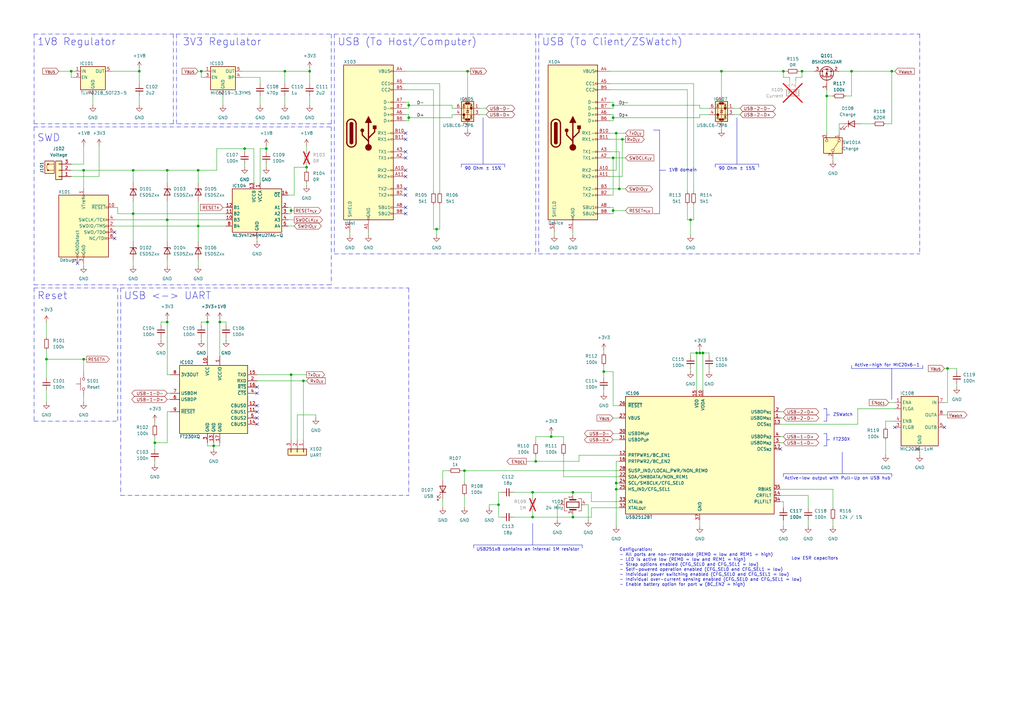
<source format=kicad_sch>
(kicad_sch (version 20250114) (generator "eeschema") (generator_version "9.0")
  (paper "A3")
  (title_block (title "ZSWatch Dock v2") (date "2025-07-24") (rev "2") (company "github.com/ZSWatch/Dock-HW"))
  (text "Configuration:\n- All ports are non-removable (REM0 = low and REM1 = high)\n- LED is active low (REM0 = low and REM1 = high)\n- Strap options enabled (CFG_SEL0 and CFG_SEL1 = low)\n- Self-powered operation enabled (CFG_SEL0 and CFG_SEL1 = low)\n- Individual power switching enabled (CFG_SEL0 and CFG_SEL1 = low)\n- Individual over-current sensing enabled (CFG_SEL0 and CFG_SEL1 = low)\n- Enable battery option for port w (BC_EN2 = high)" (at 254 224.79 0) (effects (font (size 1.27 1.27)) (justify left top)))
  (text "ZSWatch" (at 341.63 170.18 0) (effects (font (size 1.27 1.27)) (justify left)))
  (text "90 Ohm ± 15%" (at 198.12 69.215 0) (effects (font (size 1.27 1.27))))
  (text "FT230X" (at 341.63 180.34 0) (effects (font (size 1.27 1.27)) (justify left)))
  (text "USB (To Host/Computer)" (at 138.43 19.05 0) (effects (font (size 3 3)) (justify left bottom)))
  (text "1V8 Regulator" (at 15.24 19.05 0) (effects (font (size 3 3)) (justify left bottom)))
  (text "90 Ohm ± 15%" (at 302.26 69.215 0) (effects (font (size 1.27 1.27))))
  (text "SWD" (at 15.24 58.42 0) (effects (font (size 3 3)) (justify left bottom)))
  (text "Active-high for MIC20x6-1" (at 363.855 149.86 0) (effects (font (size 1.27 1.27))))
  (text "USB (To Client/ZSWatch)" (at 222.25 19.05 0) (effects (font (size 3 3)) (justify left bottom)))
  (text "3V3 Regulator" (at 74.93 19.05 0) (effects (font (size 3 3)) (justify left bottom)))
  (text "Active-low output with Pull-Up on USB hub" (at 343.535 196.215 0) (effects (font (size 1.27 1.27))))
  (text "USB251xB contains an internal 1M resistor" (at 216.535 225.425 0) (effects (font (size 1.27 1.27))))
  (text "Reset" (at 15.24 123.19 0) (effects (font (size 3 3)) (justify left bottom)))
  (text "Low ESR capacitors\n" (at 324.612 228.346 0) (effects (font (size 1.27 1.27)) (justify left top)))
  (text "USB <-> UART" (at 50.8 123.19 0) (effects (font (size 3 3)) (justify left bottom)))
  (text "1V8 domain" (at 274.32 69.85 0) (effects (font (size 1.27 1.27)) (justify left)))
  (junction (at 219.71 189.23))
  (junction (at 349.25 29.21))
  (junction (at 54.61 87.63))
  (junction (at 90.17 132.08))
  (junction (at 288.29 144.78))
  (junction (at 234.95 212.09))
  (junction (at 283.21 90.17))
  (junction (at 251.46 86.36))
  (junction (at 68.58 90.17))
  (junction (at 127 29.21))
  (junction (at 100.33 60.96))
  (junction (at 287.02 144.78))
  (junction (at 85.09 132.08))
  (junction (at 125.73 68.58))
  (junction (at 234.95 201.93))
  (junction (at 124.46 156.21))
  (junction (at 321.31 29.21))
  (junction (at 68.58 69.85))
  (junction (at 295.91 29.21))
  (junction (at 252.73 54.61))
  (junction (at 226.06 179.07))
  (junction (at 339.09 39.37))
  (junction (at 63.5 181.61))
  (junction (at 218.44 201.93))
  (junction (at 119.38 153.67))
  (junction (at 116.84 29.21))
  (junction (at 252.73 198.12))
  (junction (at 252.73 200.66))
  (junction (at 81.28 69.85))
  (junction (at 179.07 93.98))
  (junction (at 255.27 57.15))
  (junction (at 254 77.47))
  (junction (at 190.5 193.04))
  (junction (at 109.22 60.96))
  (junction (at 218.44 212.09))
  (junction (at 365.76 29.21))
  (junction (at 54.61 69.85))
  (junction (at 388.62 151.13))
  (junction (at 204.47 207.01))
  (junction (at 247.65 152.4))
  (junction (at 82.55 29.21))
  (junction (at 251.46 48.26))
  (junction (at 34.29 147.32))
  (junction (at 285.75 144.78))
  (junction (at 119.38 86.36))
  (junction (at 251.46 43.18))
  (junction (at 29.21 29.21))
  (junction (at 81.28 92.71))
  (junction (at 34.29 69.85))
  (junction (at 167.64 43.18))
  (junction (at 57.15 29.21))
  (junction (at 19.05 147.32))
  (junction (at 87.63 182.88))
  (junction (at 251.46 64.77))
  (junction (at 68.58 132.08))
  (junction (at 328.93 29.21))
  (junction (at 167.64 48.26))
  (junction (at 191.77 29.21))
  (no_connect (at 166.37 80.01))
  (no_connect (at 166.37 62.23))
  (no_connect (at 105.41 161.29))
  (no_connect (at 166.37 64.77))
  (no_connect (at 166.37 69.85))
  (no_connect (at 105.41 158.75))
  (no_connect (at 387.35 175.26))
  (no_connect (at 166.37 85.09))
  (no_connect (at 105.41 173.99))
  (no_connect (at 166.37 87.63))
  (no_connect (at 105.41 166.37))
  (no_connect (at 166.37 57.15))
  (no_connect (at 105.41 171.45))
  (no_connect (at 166.37 54.61))
  (no_connect (at 320.04 184.15))
  (no_connect (at 105.41 168.91))
  (no_connect (at 46.99 97.79))
  (no_connect (at 166.37 72.39))
  (no_connect (at 166.37 77.47))
  (no_connect (at 367.03 175.26))
  (no_connect (at 31.75 107.95))
  (no_connect (at 46.99 95.25))
  (polyline (pts (xy 220.98 104.14) (xy 377.19 104.14)) (stroke (width 0) (type dash_dot)))
  (wire (pts (xy 19.05 147.32) (xy 34.29 147.32)))
  (wire (pts (xy 320.04 205.74) (xy 321.31 205.74)))
  (wire (pts (xy 34.29 69.85) (xy 34.29 77.47)))
  (polyline (pts (xy 220.98 13.97) (xy 220.98 104.14)) (stroke (width 0) (type dash_dot)))
  (wire (pts (xy 283.21 90.17) (xy 284.48 90.17)))
  (wire (pts (xy 125.73 74.93) (xy 125.73 76.2)))
  (wire (pts (xy 120.65 80.01) (xy 118.11 80.01)))
  (polyline (pts (xy 337.82 167.64) (xy 339.09 167.64)))
  (wire (pts (xy 82.55 132.08) (xy 85.09 132.08)))
  (wire (pts (xy 251.46 171.45) (xy 254 171.45)))
  (wire (pts (xy 54.61 82.55) (xy 54.61 87.63)))
  (wire (pts (xy 34.29 67.31) (xy 34.29 59.69)))
  (wire (pts (xy 91.44 39.37) (xy 91.44 43.18)))
  (wire (pts (xy 82.55 29.21) (xy 82.55 31.75)))
  (polyline (pts (xy 337.82 172.72) (xy 339.09 172.72)))
  (polyline (pts (xy 365.76 151.13) (xy 378.46 151.13)))
  (wire (pts (xy 167.64 41.91) (xy 167.64 43.18)))
  (wire (pts (xy 34.29 162.56) (xy 34.29 165.1)))
  (polyline (pts (xy 13.97 172.72) (xy 48.26 172.72)) (stroke (width 0) (type dash_dot)))
  (wire (pts (xy 166.37 46.99) (xy 167.64 46.99)))
  (wire (pts (xy 124.46 156.21) (xy 125.73 156.21)))
  (wire (pts (xy 323.85 33.02) (xy 323.85 31.75)))
  (polyline (pts (xy 13.97 52.07) (xy 13.97 116.84)) (stroke (width 0) (type dash_dot)))
  (wire (pts (xy 177.8 83.82) (xy 177.8 93.98)))
  (wire (pts (xy 191.77 52.07) (xy 191.77 53.34)))
  (wire (pts (xy 247.65 160.02) (xy 247.65 161.29)))
  (wire (pts (xy 353.06 50.8) (xy 358.14 50.8)))
  (wire (pts (xy 250.19 62.23) (xy 254 62.23)))
  (wire (pts (xy 234.95 210.82) (xy 234.95 212.09)))
  (wire (pts (xy 100.33 62.23) (xy 100.33 60.96)))
  (wire (pts (xy 256.54 57.15) (xy 255.27 57.15)))
  (polyline (pts (xy 49.53 118.11) (xy 49.53 203.2)) (stroke (width 0) (type dash_dot)))
  (wire (pts (xy 119.38 153.67) (xy 125.73 153.67)))
  (polyline (pts (xy 218.44 214.63) (xy 218.44 223.52)))
  (wire (pts (xy 320.04 171.45) (xy 321.31 171.45)))
  (polyline (pts (xy 13.97 118.11) (xy 13.97 172.72)) (stroke (width 0) (type dash_dot)))
  (wire (pts (xy 200.66 207.01) (xy 200.66 208.28)))
  (wire (pts (xy 179.07 93.98) (xy 180.34 93.98)))
  (wire (pts (xy 204.47 201.93) (xy 204.47 207.01)))
  (wire (pts (xy 290.83 146.05) (xy 290.83 144.78)))
  (wire (pts (xy 229.87 207.01) (xy 228.6 207.01)))
  (wire (pts (xy 99.06 29.21) (xy 116.84 29.21)))
  (wire (pts (xy 29.21 29.21) (xy 30.48 29.21)))
  (wire (pts (xy 251.46 152.4) (xy 251.46 166.37)))
  (wire (pts (xy 251.46 64.77) (xy 256.54 64.77)))
  (wire (pts (xy 287.02 44.45) (xy 287.02 43.18)))
  (polyline (pts (xy 238.76 223.52) (xy 238.76 224.79)))
  (polyline (pts (xy 48.26 118.11) (xy 48.26 172.72)) (stroke (width 0) (type dash_dot)))
  (wire (pts (xy 90.17 181.61) (xy 90.17 182.88)))
  (wire (pts (xy 85.09 132.08) (xy 85.09 146.05)))
  (wire (pts (xy 250.19 44.45) (xy 251.46 44.45)))
  (wire (pts (xy 88.9 69.85) (xy 88.9 60.96)))
  (polyline (pts (xy 219.71 13.97) (xy 219.71 104.14)) (stroke (width 0) (type dash_dot)))
  (wire (pts (xy 180.34 93.98) (xy 180.34 83.82)))
  (wire (pts (xy 68.58 130.81) (xy 68.58 132.08)))
  (wire (pts (xy 256.54 54.61) (xy 252.73 54.61)))
  (wire (pts (xy 219.71 189.23) (xy 237.49 189.23)))
  (wire (pts (xy 251.46 43.18) (xy 251.46 44.45)))
  (wire (pts (xy 234.95 201.93) (xy 242.57 201.93)))
  (wire (pts (xy 196.85 44.45) (xy 199.39 44.45)))
  (wire (pts (xy 82.55 133.35) (xy 82.55 132.08)))
  (wire (pts (xy 46.99 92.71) (xy 81.28 92.71)))
  (wire (pts (xy 48.26 87.63) (xy 54.61 87.63)))
  (wire (pts (xy 290.83 151.13) (xy 290.83 152.4)))
  (wire (pts (xy 363.22 50.8) (xy 365.76 50.8)))
  (wire (pts (xy 365.76 29.21) (xy 367.03 29.21)))
  (wire (pts (xy 327.66 29.21) (xy 328.93 29.21)))
  (wire (pts (xy 251.46 46.99) (xy 251.46 48.26)))
  (wire (pts (xy 68.58 90.17) (xy 68.58 99.06)))
  (wire (pts (xy 92.71 132.08) (xy 90.17 132.08)))
  (polyline (pts (xy 71.12 13.97) (xy 71.12 50.8)) (stroke (width 0) (type dash_dot)))
  (wire (pts (xy 227.33 95.25) (xy 227.33 96.52)))
  (wire (pts (xy 252.73 200.66) (xy 252.73 215.9)))
  (wire (pts (xy 247.65 143.51) (xy 247.65 144.78)))
  (polyline (pts (xy 339.09 180.34) (xy 340.36 180.34)))
  (wire (pts (xy 19.05 132.08) (xy 19.05 138.43)))
  (wire (pts (xy 167.64 43.18) (xy 185.42 43.18)))
  (wire (pts (xy 251.46 85.09) (xy 251.46 86.36)))
  (wire (pts (xy 242.57 212.09) (xy 242.57 208.28)))
  (wire (pts (xy 283.21 146.05) (xy 283.21 144.78)))
  (wire (pts (xy 125.73 68.58) (xy 125.73 69.85)))
  (polyline (pts (xy 365.76 194.31) (xy 365.76 195.58)))
  (wire (pts (xy 38.1 39.37) (xy 38.1 43.18)))
  (wire (pts (xy 251.46 41.91) (xy 251.46 43.18)))
  (wire (pts (xy 85.09 130.81) (xy 85.09 132.08)))
  (wire (pts (xy 81.28 29.21) (xy 82.55 29.21)))
  (polyline (pts (xy 365.76 194.31) (xy 321.31 194.31)))
  (wire (pts (xy 127 39.37) (xy 127 43.18)))
  (wire (pts (xy 250.19 46.99) (xy 251.46 46.99)))
  (wire (pts (xy 166.37 29.21) (xy 191.77 29.21)))
  (wire (pts (xy 321.31 29.21) (xy 322.58 29.21)))
  (wire (pts (xy 215.9 189.23) (xy 219.71 189.23)))
  (polyline (pts (xy 349.25 149.86) (xy 349.25 151.13)))
  (wire (pts (xy 57.15 39.37) (xy 57.15 43.18)))
  (wire (pts (xy 46.99 85.09) (xy 48.26 85.09)))
  (wire (pts (xy 351.79 167.64) (xy 367.03 167.64)))
  (polyline (pts (xy 49.53 203.2) (xy 167.64 203.2)) (stroke (width 0) (type dash_dot)))
  (wire (pts (xy 30.48 31.75) (xy 29.21 31.75)))
  (wire (pts (xy 251.46 87.63) (xy 250.19 87.63)))
  (wire (pts (xy 250.19 72.39) (xy 255.27 72.39)))
  (wire (pts (xy 90.17 182.88) (xy 87.63 182.88)))
  (wire (pts (xy 40.64 59.69) (xy 40.64 72.39)))
  (wire (pts (xy 125.73 67.31) (xy 125.73 68.58)))
  (wire (pts (xy 34.29 147.32) (xy 35.56 147.32)))
  (wire (pts (xy 210.82 201.93) (xy 218.44 201.93)))
  (wire (pts (xy 218.44 204.47) (xy 218.44 201.93)))
  (polyline (pts (xy 270.51 53.34) (xy 270.51 87.63)))
  (wire (pts (xy 185.42 43.18) (xy 185.42 44.45)))
  (wire (pts (xy 180.34 34.29) (xy 180.34 78.74)))
  (wire (pts (xy 100.33 60.96) (xy 104.14 60.96)))
  (wire (pts (xy 109.22 60.96) (xy 106.68 60.96)))
  (polyline (pts (xy 13.97 13.97) (xy 13.97 50.8)) (stroke (width 0) (type dash_dot)))
  (wire (pts (xy 237.49 186.69) (xy 237.49 189.23)))
  (wire (pts (xy 247.65 152.4) (xy 251.46 152.4)))
  (wire (pts (xy 63.5 181.61) (xy 63.5 184.15)))
  (wire (pts (xy 63.5 181.61) (xy 63.5 179.07)))
  (polyline (pts (xy 72.39 13.97) (xy 72.39 50.8)) (stroke (width 0) (type dash_dot)))
  (polyline (pts (xy 13.97 118.11) (xy 48.26 118.11)) (stroke (width 0) (type dash_dot)))
  (polyline (pts (xy 377.19 13.97) (xy 377.19 104.14)) (stroke (width 0) (type dash_dot)))
  (polyline (pts (xy 365.76 163.83) (xy 365.76 151.13)))
  (wire (pts (xy 63.5 189.23) (xy 63.5 190.5)))
  (wire (pts (xy 349.25 39.37) (xy 349.25 29.21)))
  (wire (pts (xy 81.28 106.68) (xy 81.28 109.22)))
  (wire (pts (xy 300.99 46.99) (xy 303.53 46.99)))
  (wire (pts (xy 331.47 213.36) (xy 331.47 215.9)))
  (wire (pts (xy 377.19 185.42) (xy 377.19 186.69)))
  (wire (pts (xy 234.95 201.93) (xy 234.95 203.2)))
  (wire (pts (xy 57.15 29.21) (xy 57.15 34.29)))
  (wire (pts (xy 29.21 31.75) (xy 29.21 29.21)))
  (wire (pts (xy 68.58 132.08) (xy 68.58 153.67)))
  (polyline (pts (xy 207.01 67.31) (xy 207.01 68.58)))
  (wire (pts (xy 240.03 207.01) (xy 241.3 207.01)))
  (polyline (pts (xy 337.82 177.8) (xy 339.09 177.8)))
  (polyline (pts (xy 293.37 68.58) (xy 293.37 67.31)))
  (wire (pts (xy 19.05 147.32) (xy 19.05 154.94)))
  (wire (pts (xy 252.73 200.66) (xy 254 200.66)))
  (polyline (pts (xy 13.97 13.97) (xy 71.12 13.97)) (stroke (width 0) (type dash_dot)))
  (wire (pts (xy 54.61 106.68) (xy 54.61 109.22)))
  (wire (pts (xy 177.8 93.98) (xy 179.07 93.98)))
  (wire (pts (xy 190.5 193.04) (xy 189.23 193.04)))
  (wire (pts (xy 119.38 153.67) (xy 119.38 180.34)))
  (wire (pts (xy 320.04 203.2) (xy 331.47 203.2)))
  (wire (pts (xy 143.51 95.25) (xy 143.51 96.52)))
  (wire (pts (xy 320.04 181.61) (xy 321.31 181.61)))
  (wire (pts (xy 341.63 64.77) (xy 341.63 66.04)))
  (wire (pts (xy 106.68 31.75) (xy 106.68 34.29)))
  (polyline (pts (xy 198.12 48.26) (xy 198.12 67.31)))
  (wire (pts (xy 167.64 43.18) (xy 167.64 44.45)))
  (wire (pts (xy 242.57 208.28) (xy 254 208.28)))
  (wire (pts (xy 351.79 173.99) (xy 351.79 167.64)))
  (wire (pts (xy 118.11 90.17) (xy 120.65 90.17)))
  (wire (pts (xy 68.58 82.55) (xy 68.58 90.17)))
  (polyline (pts (xy 72.39 13.97) (xy 135.89 13.97)) (stroke (width 0) (type dash_dot)))
  (wire (pts (xy 341.63 200.66) (xy 341.63 208.28)))
  (wire (pts (xy 190.5 193.04) (xy 190.5 198.12)))
  (wire (pts (xy 66.04 133.35) (xy 66.04 132.08)))
  (polyline (pts (xy 194.31 223.52) (xy 194.31 224.79)))
  (polyline (pts (xy 321.31 194.31) (xy 321.31 195.58)))
  (wire (pts (xy 387.35 170.18) (xy 388.62 170.18)))
  (wire (pts (xy 81.28 69.85) (xy 88.9 69.85)))
  (wire (pts (xy 68.58 161.29) (xy 69.85 161.29)))
  (wire (pts (xy 392.43 157.48) (xy 392.43 158.75)))
  (polyline (pts (xy 220.98 13.97) (xy 377.19 13.97)) (stroke (width 0) (type dash_dot)))
  (wire (pts (xy 388.62 151.13) (xy 392.43 151.13)))
  (wire (pts (xy 320.04 179.07) (xy 321.31 179.07)))
  (wire (pts (xy 339.09 39.37) (xy 339.09 54.61)))
  (wire (pts (xy 68.58 69.85) (xy 81.28 69.85)))
  (polyline (pts (xy 13.97 52.07) (xy 135.89 52.07)) (stroke (width 0) (type dash_dot)))
  (wire (pts (xy 349.25 29.21) (xy 365.76 29.21)))
  (wire (pts (xy 252.73 198.12) (xy 252.73 200.66)))
  (wire (pts (xy 83.82 29.21) (xy 82.55 29.21)))
  (wire (pts (xy 251.46 177.8) (xy 254 177.8)))
  (wire (pts (xy 251.46 80.01) (xy 251.46 64.77)))
  (wire (pts (xy 204.47 212.09) (xy 205.74 212.09)))
  (wire (pts (xy 346.71 39.37) (xy 349.25 39.37)))
  (wire (pts (xy 19.05 160.02) (xy 19.05 165.1)))
  (wire (pts (xy 177.8 36.83) (xy 177.8 78.74)))
  (wire (pts (xy 218.44 212.09) (xy 234.95 212.09)))
  (wire (pts (xy 118.11 92.71) (xy 120.65 92.71)))
  (wire (pts (xy 124.46 156.21) (xy 124.46 180.34)))
  (wire (pts (xy 231.14 195.58) (xy 231.14 186.69)))
  (wire (pts (xy 281.94 90.17) (xy 283.21 90.17)))
  (polyline (pts (xy 135.89 50.8) (xy 72.39 50.8)) (stroke (width 0) (type dash_dot)))
  (wire (pts (xy 181.61 193.04) (xy 181.61 196.85)))
  (wire (pts (xy 344.17 54.61) (xy 344.17 50.8)))
  (wire (pts (xy 363.22 172.72) (xy 363.22 175.26)))
  (wire (pts (xy 290.83 46.99) (xy 287.02 46.99)))
  (wire (pts (xy 281.94 36.83) (xy 250.19 36.83)))
  (wire (pts (xy 367.03 172.72) (xy 363.22 172.72)))
  (wire (pts (xy 81.28 92.71) (xy 81.28 99.06)))
  (wire (pts (xy 328.93 29.21) (xy 328.93 31.75)))
  (wire (pts (xy 166.37 44.45) (xy 167.64 44.45)))
  (wire (pts (xy 247.65 152.4) (xy 247.65 154.94)))
  (wire (pts (xy 231.14 179.07) (xy 231.14 181.61)))
  (wire (pts (xy 295.91 52.07) (xy 295.91 53.34)))
  (wire (pts (xy 116.84 39.37) (xy 116.84 43.18)))
  (wire (pts (xy 231.14 179.07) (xy 226.06 179.07)))
  (wire (pts (xy 127 27.94) (xy 127 29.21)))
  (wire (pts (xy 204.47 207.01) (xy 204.47 212.09)))
  (wire (pts (xy 287.02 46.99) (xy 287.02 48.26)))
  (wire (pts (xy 326.39 33.02) (xy 326.39 31.75)))
  (wire (pts (xy 237.49 186.69) (xy 254 186.69)))
  (wire (pts (xy 241.3 207.01) (xy 241.3 213.36)))
  (wire (pts (xy 254 198.12) (xy 252.73 198.12)))
  (wire (pts (xy 228.6 207.01) (xy 228.6 213.36)))
  (polyline (pts (xy 337.82 182.88) (xy 339.09 182.88)))
  (polyline (pts (xy 365.76 151.13) (xy 349.25 151.13)))
  (wire (pts (xy 68.58 168.91) (xy 69.85 168.91)))
  (wire (pts (xy 204.47 201.93) (xy 205.74 201.93)))
  (wire (pts (xy 90.17 130.81) (xy 90.17 132.08)))
  (wire (pts (xy 166.37 49.53) (xy 167.64 49.53)))
  (wire (pts (xy 344.17 50.8) (xy 345.44 50.8)))
  (wire (pts (xy 331.47 203.2) (xy 331.47 208.28)))
  (wire (pts (xy 250.19 29.21) (xy 295.91 29.21)))
  (wire (pts (xy 181.61 204.47) (xy 181.61 208.28)))
  (wire (pts (xy 287.02 213.36) (xy 287.02 215.9)))
  (wire (pts (xy 254 62.23) (xy 254 77.47)))
  (wire (pts (xy 185.42 48.26) (xy 185.42 46.99)))
  (wire (pts (xy 251.46 86.36) (xy 251.46 87.63)))
  (wire (pts (xy 219.71 179.07) (xy 219.71 181.61)))
  (wire (pts (xy 166.37 41.91) (xy 167.64 41.91)))
  (wire (pts (xy 24.13 29.21) (xy 29.21 29.21)))
  (wire (pts (xy 254 77.47) (xy 256.54 77.47)))
  (wire (pts (xy 234.95 212.09) (xy 242.57 212.09)))
  (wire (pts (xy 250.19 77.47) (xy 254 77.47)))
  (polyline (pts (xy 267.97 53.34) (xy 270.51 53.34)))
  (wire (pts (xy 184.15 193.04) (xy 181.61 193.04)))
  (wire (pts (xy 45.72 29.21) (xy 57.15 29.21)))
  (wire (pts (xy 100.33 67.31) (xy 100.33 68.58)))
  (polyline (pts (xy 267.97 87.63) (xy 270.51 87.63)))
  (polyline (pts (xy 270.51 69.85) (xy 273.05 69.85)))
  (wire (pts (xy 91.44 85.09) (xy 92.71 85.09)))
  (wire (pts (xy 99.06 31.75) (xy 106.68 31.75)))
  (wire (pts (xy 247.65 152.4) (xy 247.65 149.86)))
  (polyline (pts (xy 137.16 13.97) (xy 137.16 104.14)) (stroke (width 0) (type dash_dot)))
  (wire (pts (xy 387.35 151.13) (xy 388.62 151.13)))
  (wire (pts (xy 121.92 180.34) (xy 121.92 170.18)))
  (polyline (pts (xy 137.16 13.97) (xy 219.71 13.97)) (stroke (width 0) (type dash_dot)))
  (wire (pts (xy 54.61 87.63) (xy 92.71 87.63)))
  (wire (pts (xy 177.8 36.83) (xy 166.37 36.83)))
  (wire (pts (xy 328.93 29.21) (xy 334.01 29.21)))
  (wire (pts (xy 287.02 143.51) (xy 287.02 144.78)))
  (wire (pts (xy 283.21 144.78) (xy 285.75 144.78)))
  (wire (pts (xy 179.07 93.98) (xy 179.07 96.52)))
  (wire (pts (xy 151.13 95.25) (xy 151.13 96.52)))
  (wire (pts (xy 34.29 107.95) (xy 34.29 109.22)))
  (wire (pts (xy 121.92 170.18) (xy 129.54 170.18)))
  (wire (pts (xy 339.09 36.83) (xy 339.09 39.37)))
  (wire (pts (xy 344.17 29.21) (xy 349.25 29.21)))
  (wire (pts (xy 116.84 29.21) (xy 127 29.21)))
  (wire (pts (xy 251.46 180.34) (xy 254 180.34)))
  (wire (pts (xy 63.5 181.61) (xy 68.58 181.61)))
  (wire (pts (xy 218.44 201.93) (xy 234.95 201.93)))
  (polyline (pts (xy 135.89 13.97) (xy 135.89 50.8)) (stroke (width 0) (type dash_dot)))
  (wire (pts (xy 387.35 165.1) (xy 388.62 165.1)))
  (wire (pts (xy 210.82 212.09) (xy 218.44 212.09)))
  (wire (pts (xy 68.58 163.83) (xy 69.85 163.83)))
  (wire (pts (xy 46.99 90.17) (xy 68.58 90.17)))
  (wire (pts (xy 105.41 153.67) (xy 119.38 153.67)))
  (wire (pts (xy 68.58 90.17) (xy 92.71 90.17)))
  (wire (pts (xy 118.11 85.09) (xy 119.38 85.09)))
  (wire (pts (xy 87.63 182.88) (xy 87.63 184.15)))
  (wire (pts (xy 295.91 29.21) (xy 321.31 29.21)))
  (wire (pts (xy 287.02 144.78) (xy 288.29 144.78)))
  (wire (pts (xy 167.64 48.26) (xy 167.64 49.53)))
  (wire (pts (xy 226.06 179.07) (xy 226.06 177.8)))
  (wire (pts (xy 218.44 212.09) (xy 218.44 209.55)))
  (polyline (pts (xy 302.26 66.04) (xy 302.26 67.31)))
  (wire (pts (xy 191.77 29.21) (xy 193.04 29.21)))
  (wire (pts (xy 323.85 31.75) (xy 321.31 31.75)))
  (wire (pts (xy 125.73 59.69) (xy 125.73 62.23)))
  (wire (pts (xy 219.71 179.07) (xy 226.06 179.07)))
  (wire (pts (xy 255.27 57.15) (xy 255.27 72.39)))
  (wire (pts (xy 320.04 168.91) (xy 321.31 168.91)))
  (wire (pts (xy 116.84 29.21) (xy 116.84 34.29)))
  (wire (pts (xy 68.58 153.67) (xy 69.85 153.67)))
  (wire (pts (xy 87.63 181.61) (xy 87.63 182.88)))
  (wire (pts (xy 119.38 86.36) (xy 120.65 86.36)))
  (wire (pts (xy 281.94 83.82) (xy 281.94 90.17)))
  (wire (pts (xy 250.19 64.77) (xy 251.46 64.77)))
  (wire (pts (xy 300.99 44.45) (xy 303.53 44.45)))
  (wire (pts (xy 321.31 213.36) (xy 321.31 215.9)))
  (wire (pts (xy 290.83 144.78) (xy 288.29 144.78)))
  (wire (pts (xy 90.17 132.08) (xy 90.17 146.05)))
  (wire (pts (xy 109.22 67.31) (xy 109.22 68.58)))
  (wire (pts (xy 388.62 165.1) (xy 388.62 151.13)))
  (wire (pts (xy 320.04 200.66) (xy 341.63 200.66)))
  (wire (pts (xy 34.29 69.85) (xy 54.61 69.85)))
  (wire (pts (xy 250.19 80.01) (xy 251.46 80.01)))
  (wire (pts (xy 68.58 69.85) (xy 68.58 74.93)))
  (wire (pts (xy 54.61 87.63) (xy 54.61 99.06)))
  (wire (pts (xy 105.41 97.79) (xy 105.41 99.06)))
  (wire (pts (xy 365.76 29.21) (xy 365.76 50.8)))
  (wire (pts (xy 190.5 193.04) (xy 254 193.04)))
  (wire (pts (xy 283.21 90.17) (xy 283.21 96.52)))
  (wire (pts (xy 252.73 54.61) (xy 250.19 54.61)))
  (wire (pts (xy 252.73 189.23) (xy 252.73 198.12)))
  (wire (pts (xy 219.71 186.69) (xy 219.71 189.23)))
  (wire (pts (xy 85.09 182.88) (xy 87.63 182.88)))
  (wire (pts (xy 57.15 27.94) (xy 57.15 29.21)))
  (wire (pts (xy 281.94 36.83) (xy 281.94 78.74)))
  (wire (pts (xy 186.69 44.45) (xy 185.42 44.45)))
  (wire (pts (xy 127 29.21) (xy 127 34.29)))
  (wire (pts (xy 284.48 90.17) (xy 284.48 83.82)))
  (wire (pts (xy 54.61 69.85) (xy 54.61 74.93)))
  (wire (pts (xy 85.09 181.61) (xy 85.09 182.88)))
  (wire (pts (xy 104.14 60.96) (xy 104.14 74.93)))
  (wire (pts (xy 106.68 39.37) (xy 106.68 43.18)))
  (wire (pts (xy 254 189.23) (xy 252.73 189.23)))
  (wire (pts (xy 339.09 39.37) (xy 341.63 39.37)))
  (wire (pts (xy 81.28 69.85) (xy 81.28 74.93)))
  (wire (pts (xy 109.22 62.23) (xy 109.22 60.96)))
  (wire (pts (xy 83.82 31.75) (xy 82.55 31.75)))
  (wire (pts (xy 129.54 170.18) (xy 129.54 171.45)))
  (polyline (pts (xy 238.76 223.52) (xy 194.31 223.52)))
  (wire (pts (xy 250.19 49.53) (xy 251.46 49.53)))
  (wire (pts (xy 255.27 57.15) (xy 250.19 57.15)))
  (wire (pts (xy 250.19 85.09) (xy 251.46 85.09)))
  (wire (pts (xy 321.31 29.21) (xy 321.31 31.75)))
  (wire (pts (xy 29.21 67.31) (xy 34.29 67.31)))
  (wire (pts (xy 29.21 69.85) (xy 34.29 69.85)))
  (wire (pts (xy 364.49 165.1) (xy 367.03 165.1)))
  (wire (pts (xy 167.64 48.26) (xy 185.42 48.26)))
  (wire (pts (xy 68.58 106.68) (xy 68.58 109.22)))
  (wire (pts (xy 326.39 31.75) (xy 328.93 31.75)))
  (wire (pts (xy 82.55 138.43) (xy 82.55 139.7)))
  (wire (pts (xy 283.21 151.13) (xy 283.21 152.4)))
  (wire (pts (xy 66.04 132.08) (xy 68.58 132.08)))
  (wire (pts (xy 105.41 156.21) (xy 124.46 156.21)))
  (wire (pts (xy 252.73 69.85) (xy 252.73 54.61)))
  (wire (pts (xy 180.34 34.29) (xy 166.37 34.29)))
  (polyline (pts (xy 71.12 50.8) (xy 13.97 50.8)) (stroke (width 0) (type dash_dot)))
  (wire (pts (xy 191.77 29.21) (xy 191.77 39.37)))
  (polyline (pts (xy 49.53 118.11) (xy 167.64 118.11)) (stroke (width 0) (type dash_dot)))
  (wire (pts (xy 34.29 147.32) (xy 34.29 152.4)))
  (wire (pts (xy 320.04 173.99) (xy 351.79 173.99)))
  (wire (pts (xy 106.68 60.96) (xy 106.68 74.93)))
  (wire (pts (xy 92.71 133.35) (xy 92.71 132.08)))
  (wire (pts (xy 119.38 86.36) (xy 119.38 87.63)))
  (wire (pts (xy 66.04 138.43) (xy 66.04 139.7)))
  (polyline (pts (xy 167.64 118.11) (xy 167.64 203.2)) (stroke (width 0) (type dash_dot)))
  (polyline (pts (xy 189.23 67.31) (xy 207.01 67.31)))
  (wire (pts (xy 285.75 144.78) (xy 285.75 160.02)))
  (wire (pts (xy 92.71 138.43) (xy 92.71 139.7)))
  (polyline (pts (xy 135.89 52.07) (xy 135.89 116.84)) (stroke (width 0) (type dash_dot)))
  (polyline (pts (xy 13.97 116.84) (xy 135.89 116.84)) (stroke (width 0) (type dash_dot)))
  (wire (pts (xy 196.85 46.99) (xy 199.39 46.99)))
  (polyline (pts (xy 339.09 177.8) (xy 339.09 182.88)))
  (wire (pts (xy 251.46 166.37) (xy 254 166.37)))
  (polyline (pts (xy 345.44 185.42) (xy 345.44 194.31)))
  (wire (pts (xy 109.22 59.69) (xy 109.22 60.96)))
  (polyline (pts (xy 339.09 170.18) (xy 340.36 170.18)))
  (wire (pts (xy 204.47 207.01) (xy 200.66 207.01)))
  (wire (pts (xy 250.19 41.91) (xy 251.46 41.91)))
  (wire (pts (xy 63.5 172.72) (xy 63.5 173.99)))
  (wire (pts (xy 242.57 205.74) (xy 242.57 201.93)))
  (wire (pts (xy 251.46 48.26) (xy 287.02 48.26)))
  (wire (pts (xy 250.19 69.85) (xy 252.73 69.85)))
  (polyline (pts (xy 189.23 68.58) (xy 189.23 67.31)))
  (wire (pts (xy 321.31 205.74) (xy 321.31 208.28)))
  (wire (pts (xy 190.5 203.2) (xy 190.5 208.28)))
  (wire (pts (xy 284.48 34.29) (xy 284.48 78.74)))
  (wire (pts (xy 48.26 85.09) (xy 48.26 87.63)))
  (wire (pts (xy 295.91 29.21) (xy 295.91 39.37)))
  (wire (pts (xy 29.21 72.39) (xy 40.64 72.39)))
  (wire (pts (xy 251.46 48.26) (xy 251.46 49.53)))
  (wire (pts (xy 251.46 86.36) (xy 256.54 86.36)))
  (wire (pts (xy 120.65 68.58) (xy 120.65 80.01)))
  (wire (pts (xy 125.73 68.58) (xy 120.65 68.58)))
  (wire (pts (xy 81.28 82.55) (xy 81.28 92.71)))
  (wire (pts (xy 250.19 34.29) (xy 284.48 34.29)))
  (wire (pts (xy 234.95 95.25) (xy 234.95 96.52)))
  (wire (pts (xy 287.02 44.45) (xy 290.83 44.45)))
  (wire (pts (xy 54.61 69.85) (xy 68.58 69.85)))
  (wire (pts (xy 68.58 168.91) (xy 68.58 181.61)))
  (polyline (pts (xy 302.26 48.26) (xy 302.26 66.04)))
  (wire (pts (xy 254 205.74) (xy 242.57 205.74)))
  (wire (pts (xy 19.05 143.51) (xy 19.05 147.32)))
  (wire (pts (xy 118.11 87.63) (xy 119.38 87.63)))
  (wire (pts (xy 285.75 144.78) (xy 287.02 144.78)))
  (polyline (pts (xy 378.46 149.86) (xy 378.46 151.13)))
  (wire (pts (xy 363.22 180.34) (xy 363.22 186.69)))
  (wire (pts (xy 251.46 43.18) (xy 287.02 43.18)))
  (polyline (pts (xy 293.37 67.31) (xy 311.15 67.31)))
  (polyline (pts (xy 137.16 104.14) (xy 219.71 104.14)) (stroke (width 0) (type dash_dot)))
  (wire (pts (xy 186.69 46.99) (xy 185.42 46.99)))
  (wire (pts (xy 88.9 60.96) (xy 100.33 60.96)))
  (wire (pts (xy 81.28 92.71) (xy 92.71 92.71)))
  (wire (pts (xy 231.14 195.58) (xy 254 195.58)))
  (wire (pts (xy 167.64 46.99) (xy 167.64 48.26)))
  (wire (pts (xy 341.63 213.36) (xy 341.63 215.9)))
  (wire (pts (xy 392.43 152.4) (xy 392.43 151.13)))
  (wire (pts (xy 119.38 85.09) (xy 119.38 86.36)))
  (polyline (pts (xy 339.09 167.64) (xy 339.09 172.72)))
  (polyline (pts (xy 311.15 67.31) (xy 311.15 68.58)))
  (wire (pts (xy 288.29 144.78) (xy 288.29 160.02)))
  (label "D-" (at 173.99 43.18 180))
  (label "D_{2}+" (at 257.81 48.26 180))
  (label "D_{2}-" (at 257.81 43.18 180))
  (label "D+" (at 173.99 48.26 180))
  (global_label "USB-2-D+" (shape bidirectional) (at 321.31 168.91 0) (property "Intersheetrefs" "${INTERSHEET_REFS}" (effects (hide yes))))
  (global_label "V_{BUS}" (shape input) (at 251.46 171.45 180) (property "Intersheetrefs" "${INTERSHEET_REFS}" (effects (hide yes))))
  (global_label "USB-D+" (shape bidirectional) (at 199.39 46.99 0) (property "Intersheetrefs" "${INTERSHEET_REFS}" (effects (hide yes))))
  (global_label "V_{BUS}" (shape input) (at 81.28 29.21 180) (property "Intersheetrefs" "${INTERSHEET_REFS}" (effects (hide yes))))
  (global_label "RESETn" (shape output) (at 35.56 147.32 0) (property "Intersheetrefs" "${INTERSHEET_REFS}" (effects (hide yes))))
  (global_label "USB-D-" (shape bidirectional) (at 199.39 44.45 0) (property "Intersheetrefs" "${INTERSHEET_REFS}" (effects (hide yes))))
  (global_label "SWDCLK_{LV}" (shape output) (at 120.65 90.17 0) (property "Intersheetrefs" "${INTERSHEET_REFS}" (effects (hide yes))))
  (global_label "RESETn" (shape input) (at 91.44 85.09 180) (property "Intersheetrefs" "${INTERSHEET_REFS}" (effects (hide yes))))
  (global_label "USB-2-D-" (shape bidirectional) (at 303.53 44.45 0) (property "Intersheetrefs" "${INTERSHEET_REFS}" (effects (hide yes))))
  (global_label "RESETn_{LV}" (shape output) (at 120.65 86.36 0) (property "Intersheetrefs" "${INTERSHEET_REFS}" (effects (hide yes))))
  (global_label "USB-D+" (shape bidirectional) (at 251.46 180.34 180) (property "Intersheetrefs" "${INTERSHEET_REFS}" (effects (hide yes))))
  (global_label "TxD_{LV}" (shape input) (at 256.54 54.61 0) (property "Intersheetrefs" "${INTERSHEET_REFS}" (effects (hide yes))))
  (global_label "TxD_{LV}" (shape output) (at 125.73 153.67 0) (property "Intersheetrefs" "${INTERSHEET_REFS}" (effects (hide yes))))
  (global_label "USB-2-D+" (shape bidirectional) (at 303.53 46.99 0) (property "Intersheetrefs" "${INTERSHEET_REFS}" (effects (hide yes))))
  (global_label "V_{BUS}" (shape input) (at 24.13 29.21 180) (property "Intersheetrefs" "${INTERSHEET_REFS}" (effects (hide yes))))
  (global_label "USB-1-D+" (shape bidirectional) (at 321.31 179.07 0) (property "Intersheetrefs" "${INTERSHEET_REFS}" (effects (hide yes))))
  (global_label "USB-2-D-" (shape bidirectional) (at 321.31 171.45 0) (property "Intersheetrefs" "${INTERSHEET_REFS}" (effects (hide yes))))
  (global_label "V_{Watch}" (shape output) (at 388.62 170.18 0) (property "Intersheetrefs" "${INTERSHEET_REFS}" (effects (hide yes))))
  (global_label "V_{Watch}" (shape input) (at 367.03 29.21 0) (property "Intersheetrefs" "${INTERSHEET_REFS}" (effects (hide yes))))
  (global_label "SWDIO_{LV}" (shape bidirectional) (at 120.65 92.71 0) (property "Intersheetrefs" "${INTERSHEET_REFS}" (effects (hide yes))))
  (global_label "V_{BUS}" (shape input) (at 387.35 151.13 180) (property "Intersheetrefs" "${INTERSHEET_REFS}" (effects (hide yes))))
  (global_label "RESETn_{LV}" (shape input) (at 256.54 86.36 0) (property "Intersheetrefs" "${INTERSHEET_REFS}" (effects (hide yes))))
  (global_label "USB-1-D-" (shape bidirectional) (at 321.31 181.61 0) (property "Intersheetrefs" "${INTERSHEET_REFS}" (effects (hide yes))))
  (global_label "USB-1-D+" (shape bidirectional) (at 68.58 163.83 180) (property "Intersheetrefs" "${INTERSHEET_REFS}" (effects (hide yes))))
  (global_label "V_{BUS}" (shape output) (at 193.04 29.21 0) (property "Intersheetrefs" "${INTERSHEET_REFS}" (effects (hide yes))))
  (global_label "USB-D-" (shape bidirectional) (at 251.46 177.8 180) (property "Intersheetrefs" "${INTERSHEET_REFS}" (effects (hide yes))))
  (global_label "RxD_{LV}" (shape input) (at 125.73 156.21 0) (property "Intersheetrefs" "${INTERSHEET_REFS}" (effects (hide yes))))
  (global_label "EN_{OC1}" (shape input) (at 364.49 165.1 180) (property "Intersheetrefs" "${INTERSHEET_REFS}" (effects (hide yes))))
  (global_label "USB-1-D-" (shape bidirectional) (at 68.58 161.29 180) (property "Intersheetrefs" "${INTERSHEET_REFS}" (effects (hide yes))))
  (global_label "SWDCLK_{LV}" (shape input) (at 256.54 64.77 0) (property "Intersheetrefs" "${INTERSHEET_REFS}" (effects (hide yes))))
  (global_label "RxD_{LV}" (shape output) (at 256.54 57.15 0) (property "Intersheetrefs" "${INTERSHEET_REFS}" (effects (hide yes))))
  (global_label "SWDIO_{LV}" (shape bidirectional) (at 256.54 77.47 0) (property "Intersheetrefs" "${INTERSHEET_REFS}" (effects (hide yes))))
  (global_label "EN_{OC1}" (shape output) (at 215.9 189.23 180) (property "Intersheetrefs" "${INTERSHEET_REFS}" (effects (hide yes))))
  (symbol (lib_id "power:+3V3") (at 19.05 132.08 0) (mirror y) (unit 1)
    (property "Reference" "#PWR0101" (effects (hide yes)))
    (property "Value" "+3V3" (at 19.05 127 0))
    (property "Description" "Power symbol creates a global label with name \"+3V3\"" (effects (hide yes)))
  )
  (symbol (lib_id "Device:C_Small") (at 63.5 186.69 0) (mirror y) (unit 1)
    (property "Reference" "C103" (at 60.96 185.4263 0) (effects (justify left)))
    (property "Value" "100n" (at 60.96 187.9663 0) (effects (justify left)))
    (property "Footprint" "Capacitor_SMD:C_0603_1608Metric" (effects (hide yes)))
    (property "Datasheet" "https://www.mouser.de/datasheet/2/447/KEM_C1002_X7R_SMD-3316098.pdf" (effects (hide yes)))
    (property "Description" "Unpolarized capacitor, small symbol" (effects (hide yes)))
    (property "manf" "Kemet" (effects (hide yes)))
    (property "manf#" "C0603C104M4RAC7411" (effects (hide yes)))
    (property "mouser#" "80-C0603C104M4R7411" (effects (hide yes)))
  )
  (symbol (lib_id "Device:C_Small") (at 247.65 157.48 0) (mirror y) (unit 1)
    (property "Reference" "C114" (at 245.11 156.2163 0) (effects (justify left)))
    (property "Value" "100n" (at 245.11 158.7563 0) (effects (justify left)))
    (property "Footprint" "Capacitor_SMD:C_0603_1608Metric" (effects (hide yes)))
    (property "Datasheet" "https://www.mouser.de/datasheet/2/447/KEM_C1002_X7R_SMD-3316098.pdf" (effects (hide yes)))
    (property "Description" "Unpolarized capacitor, small symbol" (effects (hide yes)))
    (property "manf" "Kemet" (effects (hide yes)))
    (property "manf#" "C0603C104M4RAC7411" (effects (hide yes)))
    (property "mouser#" "80-C0603C104M4R7411" (effects (hide yes)))
  )
  (symbol (lib_id "Diode:ESD5Zxx") (at 54.61 78.74 270) (unit 1)
    (property "Reference" "D101" (at 57.15 77.4699 90) (effects (justify left)))
    (property "Value" "ESD5Zxx" (at 57.15 80.0099 90) (effects (justify left)))
    (property "Footprint" "Diode_SMD:D_SOD-523" (effects (hide yes)))
    (property "Datasheet" "https://www.onsemi.com/pdf/datasheet/esd5z2.5t1-d.pdf" (effects (hide yes)))
    (property "Description" "ESD Protection Diode, SOD-523" (effects (hide yes)))
    (property "manf" "onsemi" (effects (hide yes)))
    (property "manf#" "ESD5Z5.0T5G" (effects (hide yes)))
    (property "mouser#" "863-ESD5Z5.0T5G" (effects (hide yes)))
  )
  (symbol (lib_id "Nexperia:BSH205G2AR") (at 339.09 29.21 90) (unit 1)
    (property "Reference" "Q101" (at 339.09 22.86 90))
    (property "Value" "BSH205G2AR" (at 339.09 25.4 90))
    (property "Footprint" "Package_TO_SOT_SMD:SOT-23" (effects (hide yes)))
    (property "Datasheet" "https://assets.nexperia.com/documents/data-sheet/BSH205G2A.pdf" (effects (hide yes)))
    (property "manf" "Nexperia" (effects (hide yes)))
    (property "manf#" "BSH205G2AR" (effects (hide yes)))
    (property "mouser#" "771-BSH205G2AR" (effects (hide yes)))
  )
  (symbol (lib_id "Device:R_Small") (at 247.65 147.32 0) (mirror y) (unit 1)
    (property "Reference" "R112" (at 245.11 146.0499 0) (effects (justify left)))
    (property "Value" "100k" (at 245.11 148.5899 0) (effects (justify left)))
    (property "Footprint" "Resistor_SMD:R_0603_1608Metric" (effects (hide yes)))
    (property "Datasheet" "https://www.mouser.de/datasheet/2/447/YAGEO_PYu_RC_Group_51_RoHS_L_12-3313492.pdf" (effects (hide yes)))
    (property "Description" "Resistor, small symbol" (effects (hide yes)))
    (property "manf" "YAGEO" (effects (hide yes)))
    (property "manf#" "RC0603FR-07100KL" (effects (hide yes)))
    (property "mouser#" "603-RC0603FR-07100KL" (effects (hide yes)))
  )
  (symbol (lib_id "Device:LED") (at 181.61 200.66 270) (mirror x) (unit 1)
    (property "Reference" "D107" (at 177.8 200.9774 90) (effects (justify right)))
    (property "Value" "USB" (at 177.8 203.5174 90) (effects (justify right)))
    (property "Footprint" "LED_SMD:LED_0603_1608Metric" (effects (hide yes)))
    (property "Datasheet" "https://www.we-online.com/components/products/datasheet/150060GS75020.pdf" (effects (hide yes)))
    (property "Description" "Light emitting diode" (effects (hide yes)))
    (property "manf" "Wurth Elektronik" (effects (hide yes)))
    (property "manf#" "150060GS75020" (effects (hide yes)))
    (property "mouser#" "710-150060GS75020" (effects (hide yes)))
  )
  (symbol (lib_id "Interface_USB:FT230XQ") (at 87.63 163.83 0) (unit 1)
    (property "Reference" "IC102" (at 73.66 148.59 0) (effects (justify left)))
    (property "Value" "FT230XQ" (at 73.66 179.07 0) (effects (justify left)))
    (property "Footprint" "Package_DFN_QFN:QFN-16-1EP_4x4mm_P0.65mm_EP2.1x2.1mm" (effects (hide yes)))
    (property "Datasheet" "https://ftdichip.com/wp-content/uploads/2024/05/DS_FT230X.pdf" (effects (hide yes)))
    (property "Description" "Full Speed USB to Basic UART, QFN-16" (effects (hide yes)))
    (property "manf" "FTDI" (effects (hide yes)))
    (property "manf#" "FT230XQ-R" (effects (hide yes)))
    (property "mouser#" "895-FT230XQ-R" (effects (hide yes)))
  )
  (symbol (lib_id "Device:C_Small") (at 127 36.83 0) (unit 1)
    (property "Reference" "C111" (at 129.54 35.5663 0) (effects (justify left)))
    (property "Value" "2u2" (at 129.54 38.1063 0) (effects (justify left)))
    (property "Footprint" "Capacitor_SMD:C_0603_1608Metric" (effects (hide yes)))
    (property "Datasheet" "https://www.mouser.de/datasheet/2/40/cx5r_KGM-3223198.pdf" (effects (hide yes)))
    (property "Description" "Unpolarized capacitor, small symbol" (effects (hide yes)))
    (property "manf" "KYOCERA AVX" (effects (hide yes)))
    (property "manf#" "0603YD225KAT4A" (effects (hide yes)))
    (property "mouser#" "581-0603YD225KAT4A" (effects (hide yes)))
  )
  (symbol (lib_id "power:GND") (at 190.5 208.28 0) (unit 1)
    (property "Reference" "#PWR0138" (effects (hide yes)))
    (property "Value" "GND" (at 190.5 213.36 0))
    (property "Description" "Power symbol creates a global label with name \"GND\" , ground" (effects (hide yes)))
  )
  (symbol (lib_id "power:GND") (at 241.3 213.36 0) (unit 1)
    (property "Reference" "#PWR0145" (effects (hide yes)))
    (property "Value" "GND" (at 241.3 218.44 0))
    (property "Description" "Power symbol creates a global label with name \"GND\" , ground" (effects (hide yes)))
  )
  (symbol (lib_id "power:GND") (at 227.33 96.52 0) (unit 1)
    (property "Reference" "#PWR0142" (effects (hide yes)))
    (property "Value" "GND" (at 227.33 101.6 0))
    (property "Description" "Power symbol creates a global label with name \"GND\" , ground" (effects (hide yes)))
  )
  (symbol (lib_id "Device:R_Small") (at 231.14 184.15 0) (mirror y) (unit 1)
    (property "Reference" "R111" (at 228.6 182.8799 0) (effects (justify left)))
    (property "Value" "100k" (at 228.6 185.4199 0) (effects (justify left)))
    (property "Footprint" "Resistor_SMD:R_0603_1608Metric" (effects (hide yes)))
    (property "Datasheet" "https://www.mouser.de/datasheet/2/447/YAGEO_PYu_RC_Group_51_RoHS_L_12-3313492.pdf" (effects (hide yes)))
    (property "Description" "Resistor, small symbol" (effects (hide yes)))
    (property "manf" "YAGEO" (effects (hide yes)))
    (property "manf#" "RC0603FR-07100KL" (effects (hide yes)))
    (property "mouser#" "603-RC0603FR-07100KL" (effects (hide yes)))
  )
  (symbol (lib_id "Device:R_Small") (at 186.69 193.04 90) (unit 1)
    (property "Reference" "R107" (at 186.69 187.96 90))
    (property "Value" "1k" (at 186.69 190.5 90))
    (property "Footprint" "Resistor_SMD:R_0603_1608Metric" (effects (hide yes)))
    (property "Datasheet" "https://www.vishay.com/doc?20035" (effects (hide yes)))
    (property "Description" "Resistor, small symbol" (effects (hide yes)))
    (property "manf" "Vishay" (effects (hide yes)))
    (property "manf#" "CRCW06031K00FKEA" (effects (hide yes)))
    (property "mouser#" "71-CRCW06031K00FKEA" (effects (hide yes)))
  )
  (symbol (lib_id "power:GND") (at 82.55 139.7 0) (mirror y) (unit 1)
    (property "Reference" "#PWR0117" (effects (hide yes)))
    (property "Value" "GND" (at 82.55 144.78 0))
    (property "Description" "Power symbol creates a global label with name \"GND\" , ground" (effects (hide yes)))
  )
  (symbol (lib_id "power:+1V8") (at 109.22 59.69 0) (mirror y) (unit 1)
    (property "Reference" "#PWR0126" (effects (hide yes)))
    (property "Value" "+1V8" (at 109.22 54.61 0))
    (property "Description" "Power symbol creates a global label with name \"+1V8\"" (effects (hide yes)))
  )
  (symbol (lib_id "power:+1V8") (at 90.17 130.81 0) (mirror y) (unit 1)
    (property "Reference" "#PWR0120" (effects (hide yes)))
    (property "Value" "+1V8" (at 90.17 125.73 0))
    (property "Description" "Power symbol creates a global label with name \"+1V8\"" (effects (hide yes)))
  )
  (symbol (lib_id "Power_Protection:USBLC6-2P6") (at 295.91 44.45 0) (mirror y) (unit 1)
    (property "Reference" "IC107" (at 298.45 40.64 0) (effects (justify left)))
    (property "Value" "USBLC6-2P6" (at 298.45 51.435 0) (effects (justify left)))
    (property "Footprint" "Package_TO_SOT_SMD:SOT-666" (effects (hide yes)))
    (property "Datasheet" "https://www.st.com/resource/en/datasheet/usblc6-2.pdf" (effects (hide yes)))
    (property "Description" "Very low capacitance ESD protection diode, 2 data-line, SOT-666" (effects (hide yes)))
    (property "manf" "STMicroelectronics" (effects (hide yes)))
    (property "manf#" "USBLC6-2P6" (effects (hide yes)))
    (property "mouser#" "511-USBLC6-2P6" (effects (hide yes)))
  )
  (symbol (lib_id "power:GND") (at 392.43 158.75 0) (unit 1)
    (property "Reference" "#PWR0161" (effects (hide yes)))
    (property "Value" "GND" (at 392.43 163.83 0))
    (property "Description" "Power symbol creates a global label with name \"GND\" , ground" (effects (hide yes)))
  )
  (symbol (lib_id "Device:C_Small") (at 392.43 154.94 0) (mirror y) (unit 1)
    (property "Reference" "C119" (at 394.97 153.6763 0) (effects (justify right)))
    (property "Value" "100n" (at 394.97 156.2163 0) (effects (justify right)))
    (property "Footprint" "Capacitor_SMD:C_0603_1608Metric" (effects (hide yes)))
    (property "Datasheet" "https://www.mouser.de/datasheet/2/447/KEM_C1002_X7R_SMD-3316098.pdf" (effects (hide yes)))
    (property "Description" "Unpolarized capacitor, small symbol" (effects (hide yes)))
    (property "manf" "Kemet" (effects (hide yes)))
    (property "manf#" "C0603C104M4RAC7411" (effects (hide yes)))
    (property "mouser#" "80-C0603C104M4R7411" (effects (hide yes)))
  )
  (symbol (lib_id "power:GND") (at 295.91 53.34 0) (unit 1)
    (property "Reference" "#PWR0154" (effects (hide yes)))
    (property "Value" "GND" (effects (hide yes)))
    (property "Description" "Power symbol creates a global label with name \"GND\" , ground" (effects (hide yes)))
  )
  (symbol (lib_id "power:GND") (at 290.83 152.4 0) (unit 1)
    (property "Reference" "#PWR0153" (effects (hide yes)))
    (property "Value" "GND" (at 290.83 157.48 0))
    (property "Description" "Power symbol creates a global label with name \"GND\" , ground" (effects (hide yes)))
  )
  (symbol (lib_id "power:GND") (at 87.63 184.15 0) (unit 1)
    (property "Reference" "#PWR0119" (effects (hide yes)))
    (property "Value" "GND" (at 87.63 189.23 0))
    (property "Description" "Power symbol creates a global label with name \"GND\" , ground" (effects (hide yes)))
  )
  (symbol (lib_id "Device:R_Small") (at 363.22 177.8 0) (mirror y) (unit 1)
    (property "Reference" "R119" (at 360.68 176.5299 0) (effects (justify left)))
    (property "Value" "100k" (at 360.68 179.0699 0) (effects (justify left)))
    (property "Footprint" "Resistor_SMD:R_0603_1608Metric" (effects (hide yes)))
    (property "Datasheet" "https://www.mouser.de/datasheet/2/447/YAGEO_PYu_RC_Group_51_RoHS_L_12-3313492.pdf" (effects (hide yes)))
    (property "Description" "Resistor, small symbol" (effects (hide yes)))
    (property "manf" "YAGEO" (effects (hide yes)))
    (property "manf#" "RC0603FR-07100KL" (effects (hide yes)))
    (property "mouser#" "603-RC0603FR-07100KL" (effects (hide yes)))
  )
  (symbol (lib_id "Device:C_Small") (at 283.21 148.59 0) (mirror y) (unit 1)
    (property "Reference" "C115" (at 280.67 147.3263 0) (effects (justify left)))
    (property "Value" "100n" (at 280.67 149.8663 0) (effects (justify left)))
    (property "Footprint" "Capacitor_SMD:C_0603_1608Metric" (effects (hide yes)))
    (property "Datasheet" "https://www.mouser.de/datasheet/2/447/KEM_C1002_X7R_SMD-3316098.pdf" (effects (hide yes)))
    (property "Description" "Unpolarized capacitor, small symbol" (effects (hide yes)))
    (property "manf" "Kemet" (effects (hide yes)))
    (property "manf#" "C0603C104M4RAC7411" (effects (hide yes)))
    (property "mouser#" "80-C0603C104M4R7411" (effects (hide yes)))
  )
  (symbol (lib_id "Device:R_Small") (at 218.44 207.01 0) (mirror y) (unit 1) (in_bom no) (dnp yes)
    (property "Reference" "R109" (at 215.9 205.7399 0) (effects (justify left)))
    (property "Value" "1M" (at 215.9 208.2799 0) (effects (justify left)))
    (property "Footprint" "Resistor_SMD:R_0603_1608Metric" (effects (hide yes)))
    (property "Description" "Resistor, small symbol" (effects (hide yes)))
  )
  (symbol (lib_id "Power_Protection:USBLC6-2P6") (at 191.77 44.45 0) (mirror y) (unit 1)
    (property "Reference" "IC105" (at 194.31 40.64 0) (effects (justify left)))
    (property "Value" "USBLC6-2P6" (at 194.31 51.435 0) (effects (justify left)))
    (property "Footprint" "Package_TO_SOT_SMD:SOT-666" (effects (hide yes)))
    (property "Datasheet" "https://www.st.com/resource/en/datasheet/usblc6-2.pdf" (effects (hide yes)))
    (property "Description" "Very low capacitance ESD protection diode, 2 data-line, SOT-666" (effects (hide yes)))
    (property "manf" "STMicroelectronics" (effects (hide yes)))
    (property "manf#" "USBLC6-2P6" (effects (hide yes)))
    (property "mouser#" "511-USBLC6-2P6" (effects (hide yes)))
  )
  (symbol (lib_id "power:GND") (at 247.65 161.29 0) (unit 1)
    (property "Reference" "#PWR0147" (effects (hide yes)))
    (property "Value" "GND" (at 247.65 166.37 0))
    (property "Description" "Power symbol creates a global label with name \"GND\" , ground" (effects (hide yes)))
  )
  (symbol (lib_id "power:GND") (at 287.02 215.9 0) (unit 1)
    (property "Reference" "#PWR0152" (effects (hide yes)))
    (property "Value" "GND" (at 287.02 220.98 0))
    (property "Description" "Power symbol creates a global label with name \"GND\" , ground" (effects (hide yes)))
  )
  (symbol (lib_id "power:GND") (at 341.63 66.04 0) (mirror y) (unit 1)
    (property "Reference" "#PWR0157" (effects (hide yes)))
    (property "Value" "GND" (at 341.63 71.12 0))
    (property "Description" "Power symbol creates a global label with name \"GND\" , ground" (effects (hide yes)))
  )
  (symbol (lib_id "Device:Crystal_GND24") (at 234.95 207.01 90) (mirror x) (unit 1)
    (property "Reference" "Y101" (at 231.14 205.7399 90) (effects (justify left)))
    (property "Value" "24 MHz" (at 231.14 208.2799 90) (effects (justify left)))
    (property "Footprint" "Crystal:Crystal_SMD_Abracon_ABM8G-4Pin_3.2x2.5mm" (effects (hide yes)))
    (property "Datasheet" "https://www.mouser.de/datasheet/2/3/ABM8G-3318032.pdf" (effects (hide yes)))
    (property "Description" "Four pin crystal, GND on pins 2 and 4" (effects (hide yes)))
    (property "manf" "ABRACON" (effects (hide yes)))
    (property "manf#" "ABM8G-24.000MHZ-B4Y-T" (effects (hide yes)))
    (property "mouser#" "815-ABM8G-24-B4Y-T" (effects (hide yes)))
  )
  (symbol (lib_id "power:GND") (at 228.6 213.36 0) (unit 1)
    (property "Reference" "#PWR0143" (effects (hide yes)))
    (property "Value" "GND" (at 228.6 218.44 0))
    (property "Description" "Power symbol creates a global label with name \"GND\" , ground" (effects (hide yes)))
  )
  (symbol (lib_id "power:+1V8") (at 34.29 59.69 0) (mirror y) (unit 1)
    (property "Reference" "#PWR0103" (effects (hide yes)))
    (property "Value" "+1V8" (at 34.29 54.61 0))
    (property "Description" "Power symbol creates a global label with name \"+1V8\"" (effects (hide yes)))
  )
  (symbol (lib_id "Regulator_Linear:MIC5219-3.3YM5") (at 91.44 31.75 0) (unit 1)
    (property "Reference" "IC103" (at 88.9 26.035 0))
    (property "Value" "MIC5219-3.3YM5" (at 94.615 38.1 0))
    (property "Footprint" "Package_TO_SOT_SMD:SOT-23-5" (effects (hide yes)))
    (property "Datasheet" "http://ww1.microchip.com/downloads/en/DeviceDoc/MIC5219-500mA-Peak-Output-LDO-Regulator-DS20006021A.pdf" (effects (hide yes)))
    (property "Description" "500mA low dropout linear regulator, fixed 3.3V output, SOT-23-5" (effects (hide yes)))
    (property "manf" "Microchip Technology" (effects (hide yes)))
    (property "manf#" "MIC5219-3.3YM5-TR" (effects (hide yes)))
    (property "mouser#" "998-MIC5219-3.3YM5TR" (effects (hide yes)))
  )
  (symbol (lib_id "power:GND") (at 151.13 96.52 0) (unit 1)
    (property "Reference" "#PWR0135" (effects (hide yes)))
    (property "Value" "GND" (at 151.13 101.6 0))
    (property "Description" "Power symbol creates a global label with name \"GND\" , ground" (effects (hide yes)))
  )
  (symbol (lib_id "power:+3V3") (at 247.65 143.51 0) (mirror y) (unit 1)
    (property "Reference" "#PWR0146" (effects (hide yes)))
    (property "Value" "+3V3" (at 247.65 138.43 0))
    (property "Description" "Power symbol creates a global label with name \"+3V3\"" (effects (hide yes)))
  )
  (symbol (lib_id "power:GND") (at 63.5 190.5 0) (unit 1)
    (property "Reference" "#PWR0112" (effects (hide yes)))
    (property "Value" "GND" (at 63.5 195.58 0))
    (property "Description" "Power symbol creates a global label with name \"GND\" , ground" (effects (hide yes)))
  )
  (symbol (lib_id "power:GND") (at 109.22 68.58 0) (mirror y) (unit 1)
    (property "Reference" "#PWR0127" (effects (hide yes)))
    (property "Value" "GND" (at 109.22 73.66 0))
    (property "Description" "Power symbol creates a global label with name \"GND\" , ground" (effects (hide yes)))
  )
  (symbol (lib_id "power:+3V3") (at 287.02 143.51 0) (unit 1)
    (property "Reference" "#PWR0151" (effects (hide yes)))
    (property "Value" "+3V3" (at 287.02 139.7 0))
    (property "Description" "Power symbol creates a global label with name \"+3V3\"" (effects (hide yes)))
  )
  (symbol (lib_id "Diode:ESD5Zxx") (at 54.61 102.87 270) (unit 1)
    (property "Reference" "D102" (at 57.15 101.5999 90) (effects (justify left)))
    (property "Value" "ESD5Zxx" (at 57.15 104.1399 90) (effects (justify left)))
    (property "Footprint" "Diode_SMD:D_SOD-523" (effects (hide yes)))
    (property "Datasheet" "https://www.onsemi.com/pdf/datasheet/esd5z2.5t1-d.pdf" (effects (hide yes)))
    (property "Description" "ESD Protection Diode, SOD-523" (effects (hide yes)))
    (property "manf" "onsemi" (effects (hide yes)))
    (property "manf#" "ESD5Z5.0T5G" (effects (hide yes)))
    (property "mouser#" "863-ESD5Z5.0T5G" (effects (hide yes)))
  )
  (symbol (lib_id "Connector:Conn_ARM_JTAG_SWD_10") (at 34.29 92.71 0) (unit 1)
    (property "Reference" "X101" (at 28.956 78.74 0) (effects (justify right)))
    (property "Value" "Debug" (at 30.48 106.68 0) (effects (justify right)))
    (property "Footprint" "Samtec:SHF-105-01-L-D-SM-TR" (effects (hide yes)))
    (property "Datasheet" "https://www.we-online.com/components/products/datasheet/62101021021.pdf" (effects (hide yes)))
    (property "Description" "Cortex Debug Connector, standard ARM Cortex-M SWD and JTAG interface" (effects (hide yes)))
    (property "manf" "Wurth Elektronik" (effects (hide yes)))
    (property "manf#" "62101021021" (effects (hide yes)))
    (property "mouser#" "710-62101021021" (effects (hide yes)))
  )
  (symbol (lib_id "power:GND") (at 179.07 96.52 0) (unit 1)
    (property "Reference" "#PWR0136" (effects (hide yes)))
    (property "Value" "GND" (at 179.07 101.6 0))
    (property "Description" "Power symbol creates a global label with name \"GND\" , ground" (effects (hide yes)))
  )
  (symbol (lib_id "Connector_Generic:Conn_01x03") (at 24.13 69.85 180) (unit 1)
    (property "Reference" "J102" (at 24.13 60.96 0))
    (property "Value" "Voltage" (at 24.13 63.5 0))
    (property "Footprint" "Connector_PinHeader_2.54mm:PinHeader_1x03_P2.54mm_Vertical" (effects (hide yes)))
    (property "Datasheet" "https://cdn.amphenol-cs.com/media/wysiwyg/files/documentation/datasheet/boardwiretoboard/bwb_econostik_254headers.pdf" (effects (hide yes)))
    (property "Description" "Generic connector, single row, 01x03, script generated (kicad-library-utils/schlib/autogen/connector/)" (effects (hide yes)))
    (property "manf" "Amphenol FCI" (effects (hide yes)))
    (property "manf#" "10129378-936001BLF" (effects (hide yes)))
    (property "mouser#" "649-10129378-936001BLF" (effects (hide yes)))
  )
  (symbol (lib_id "Power_Management:MIC2026-1xM") (at 377.19 172.72 0) (unit 1)
    (property "Reference" "IC108" (at 372.11 161.29 0))
    (property "Value" "MIC2026-1xM" (at 375.92 184.15 0))
    (property "Footprint" "Package_SO:SOIC-8_3.9x4.9mm_P1.27mm" (effects (hide yes)))
    (property "Datasheet" "https://ww1.microchip.com/downloads/aemDocuments/documents/APID/ProductDocuments/DataSheets/MIC2026-MIC2076-Dual-Channel-Power-Distribution-Switch-DS20006443A.pdf" (effects (hide yes)))
    (property "Description" "Dual-channel, high side, power distribution switch, 2.7V-5.5V, Active High Output, SOIC-8" (effects (hide yes)))
    (property "manf" "Microchip Technology" (effects (hide yes)))
    (property "manf#" "MIC2026-1YM" (effects (hide yes)))
    (property "mouser#" "998-MIC2026-1YM" (effects (hide yes)))
  )
  (symbol (lib_id "Device:C_Small") (at 321.31 210.82 0) (unit 1)
    (property "Reference" "C117" (at 323.85 209.5563 0) (effects (justify left)))
    (property "Value" "100n" (at 323.85 212.0963 0) (effects (justify left)))
    (property "Footprint" "Capacitor_SMD:C_0603_1608Metric" (effects (hide yes)))
    (property "Datasheet" "https://www.mouser.de/datasheet/2/447/KEM_C1002_X7R_SMD-3316098.pdf" (effects (hide yes)))
    (property "Description" "Unpolarized capacitor, small symbol" (effects (hide yes)))
    (property "manf" "Kemet" (effects (hide yes)))
    (property "manf#" "C0603C104M4RAC7411" (effects (hide yes)))
    (property "mouser#" "80-C0603C104M4R7411" (effects (hide yes)))
  )
  (symbol (lib_id "power:+3V3") (at 226.06 177.8 0) (mirror y) (unit 1)
    (property "Reference" "#PWR0141" (effects (hide yes)))
    (property "Value" "+3V3" (at 226.06 172.72 0))
    (property "Description" "Power symbol creates a global label with name \"+3V3\"" (effects (hide yes)))
  )
  (symbol (lib_id "Device:R_Small") (at 281.94 81.28 0) (unit 1)
    (property "Reference" "R113" (at 279.4 80.0099 0) (effects (justify right)))
    (property "Value" "5k1" (at 279.4 82.5499 0) (effects (justify right)))
    (property "Footprint" "Resistor_SMD:R_0603_1608Metric" (effects (hide yes)))
    (property "Datasheet" "https://www.vishay.com/doc?20035" (effects (hide yes)))
    (property "Description" "Resistor, small symbol" (effects (hide yes)))
    (property "manf" "Vishay" (effects (hide yes)))
    (property "manf#" "CRCW06035K10FKEA" (effects (hide yes)))
    (property "mouser#" "71-CRCW06035K10FKEA" (effects (hide yes)))
  )
  (symbol (lib_id "Device:C_Small") (at 116.84 36.83 0) (unit 1)
    (property "Reference" "C110" (at 119.38 35.5663 0) (effects (justify left)))
    (property "Value" "1u" (at 119.38 38.1063 0) (effects (justify left)))
    (property "Footprint" "Capacitor_SMD:C_0603_1608Metric" (effects (hide yes)))
    (property "Datasheet" "https://product.tdk.com/system/files/dam/doc/product/capacitor/ceramic/mlcc/catalog/mlcc_commercial_general_en.pdf" (effects (hide yes)))
    (property "Description" "Unpolarized capacitor, small symbol" (effects (hide yes)))
    (property "manf" "TDK" (effects (hide yes)))
    (property "manf#" "C1608X7R1H105K080AB" (effects (hide yes)))
    (property "mouser#" "810-C1608X7R1H105K08" (effects (hide yes)))
  )
  (symbol (lib_id "power:+3V3") (at 40.64 59.69 0) (unit 1)
    (property "Reference" "#PWR0107" (effects (hide yes)))
    (property "Value" "+3V3" (at 40.64 54.61 0))
    (property "Description" "Power symbol creates a global label with name \"+3V3\"" (effects (hide yes)))
  )
  (symbol (lib_id "power:GND") (at 38.1 43.18 0) (unit 1)
    (property "Reference" "#PWR0106" (effects (hide yes)))
    (property "Value" "GND" (at 38.1 48.26 0))
    (property "Description" "Power symbol creates a global label with name \"GND\" , ground" (effects (hide yes)))
  )
  (symbol (lib_id "Microchip_Kampi:USB2512BT") (at 287.02 185.42 0) (unit 1)
    (property "Reference" "IC106" (at 256.54 161.29 0) (effects (justify left)))
    (property "Value" "USB2512BT" (at 256.54 212.09 0) (effects (justify left)))
    (property "Footprint" "Package_DFN_QFN:QFN-36-1EP_6x6mm_P0.5mm_EP3.7x3.7mm" (effects (hide yes)))
    (property "Datasheet" "https://ww1.microchip.com/downloads/aemDocuments/documents/UNG/ProductDocuments/DataSheets/USB251xB-xBi-Data-Sheet-DS00001692.pdf" (effects (hide yes)))
    (property "manf" "Microchip Technology" (effects (hide yes)))
    (property "manf#" " USB2512BT/M2" (effects (hide yes)))
    (property "mouser#" "579-USB2512BT/M2" (effects (hide yes)))
  )
  (symbol (lib_id "Device:C_Small") (at 106.68 36.83 0) (unit 1)
    (property "Reference" "C108" (at 109.22 35.5663 0) (effects (justify left)))
    (property "Value" "470p" (at 109.22 38.1063 0) (effects (justify left)))
    (property "Footprint" "Capacitor_SMD:C_0603_1608Metric" (effects (hide yes)))
    (property "Datasheet" "https://www.mouser.de/datasheet/2/40/cx5r_KGM-3223198.pdf" (effects (hide yes)))
    (property "Description" "Unpolarized capacitor, small symbol" (effects (hide yes)))
    (property "manf" "KYOCERA AVX" (effects (hide yes)))
    (property "manf#" "06031C471K4Z4A" (effects (hide yes)))
    (property "mouser#" "581-06031C471K4Z4A" (effects (hide yes)))
  )
  (symbol (lib_id "Device:LED") (at 349.25 50.8 0) (unit 1)
    (property "Reference" "D108" (at 347.6625 44.45 0))
    (property "Value" "Charge" (at 347.6625 46.99 0))
    (property "Footprint" "LED_SMD:LED_0603_1608Metric" (effects (hide yes)))
    (property "Datasheet" "https://www.we-online.com/components/products/datasheet/150060GS75020.pdf" (effects (hide yes)))
    (property "Description" "Light emitting diode" (effects (hide yes)))
    (property "manf" "Wurth Elektronik" (effects (hide yes)))
    (property "manf#" "150060YS75020" (effects (hide yes)))
    (property "mouser#" "710-150060YS75020" (effects (hide yes)))
  )
  (symbol (lib_id "Device:C_Small") (at 331.47 210.82 0) (unit 1)
    (property "Reference" "C118" (at 334.01 209.5563 0) (effects (justify left)))
    (property "Value" "100n" (at 334.01 212.0963 0) (effects (justify left)))
    (property "Footprint" "Capacitor_SMD:C_0603_1608Metric" (effects (hide yes)))
    (property "Datasheet" "https://www.mouser.de/datasheet/2/447/KEM_C1002_X7R_SMD-3316098.pdf" (effects (hide yes)))
    (property "Description" "Unpolarized capacitor, small symbol" (effects (hide yes)))
    (property "manf" "Kemet" (effects (hide yes)))
    (property "manf#" "C0603C104M4RAC7411" (effects (hide yes)))
    (property "mouser#" "80-C0603C104M4R7411" (effects (hide yes)))
  )
  (symbol (lib_id "power:GND") (at 105.41 99.06 0) (mirror y) (unit 1)
    (property "Reference" "#PWR0124" (effects (hide yes)))
    (property "Value" "GND" (at 105.41 104.14 0))
    (property "Description" "Power symbol creates a global label with name \"GND\" , ground" (effects (hide yes)))
  )
  (symbol (lib_id "power:GND") (at 181.61 208.28 0) (unit 1)
    (property "Reference" "#PWR0137" (effects (hide yes)))
    (property "Value" "GND" (at 181.61 213.36 0))
    (property "Description" "Power symbol creates a global label with name \"GND\" , ground" (effects (hide yes)))
  )
  (symbol (lib_id "power:GND") (at 106.68 43.18 0) (unit 1)
    (property "Reference" "#PWR0125" (effects (hide yes)))
    (property "Value" "GND" (at 106.68 48.26 0))
    (property "Description" "Power symbol creates a global label with name \"GND\" , ground" (effects (hide yes)))
  )
  (symbol (lib_id "Device:R_Small") (at 63.5 176.53 0) (mirror y) (unit 1)
    (property "Reference" "R102" (at 60.96 175.2599 0) (effects (justify left)))
    (property "Value" "100k" (at 60.96 177.7999 0) (effects (justify left)))
    (property "Footprint" "Resistor_SMD:R_0603_1608Metric" (effects (hide yes)))
    (property "Datasheet" "https://www.mouser.de/datasheet/2/447/YAGEO_PYu_RC_Group_51_RoHS_L_12-3313492.pdf" (effects (hide yes)))
    (property "Description" "Resistor, small symbol" (effects (hide yes)))
    (property "manf" "YAGEO" (effects (hide yes)))
    (property "manf#" "RC0603FR-07100KL" (effects (hide yes)))
    (property "mouser#" "603-RC0603FR-07100KL" (effects (hide yes)))
  )
  (symbol (lib_id "Device:C_Small") (at 19.05 157.48 0) (unit 1)
    (property "Reference" "C101" (at 21.59 156.2163 0) (effects (justify left)))
    (property "Value" "100n" (at 21.59 158.7563 0) (effects (justify left)))
    (property "Footprint" "Capacitor_SMD:C_0603_1608Metric" (effects (hide yes)))
    (property "Datasheet" "https://www.mouser.de/datasheet/2/447/KEM_C1002_X7R_SMD-3316098.pdf" (effects (hide yes)))
    (property "Description" "Unpolarized capacitor, small symbol" (effects (hide yes)))
    (property "manf" "Kemet" (effects (hide yes)))
    (property "manf#" "C0603C104M4RAC7411" (effects (hide yes)))
    (property "mouser#" "80-C0603C104M4R7411" (effects (hide yes)))
  )
  (symbol (lib_id "power:GND") (at 283.21 96.52 0) (unit 1)
    (property "Reference" "#PWR0149" (effects (hide yes)))
    (property "Value" "GND" (at 283.21 101.6 0))
    (property "Description" "Power symbol creates a global label with name \"GND\" , ground" (effects (hide yes)))
  )
  (symbol (lib_id "power:GND") (at 363.22 186.69 0) (unit 1)
    (property "Reference" "#PWR0159" (effects (hide yes)))
    (property "Value" "GND" (at 363.22 191.77 0))
    (property "Description" "Power symbol creates a global label with name \"GND\" , ground" (effects (hide yes)))
  )
  (symbol (lib_id "power:GND") (at 57.15 43.18 0) (unit 1)
    (property "Reference" "#PWR0110" (effects (hide yes)))
    (property "Value" "GND" (at 57.15 48.26 0))
    (property "Description" "Power symbol creates a global label with name \"GND\" , ground" (effects (hide yes)))
  )
  (symbol (lib_id "power:GND") (at 321.31 215.9 0) (mirror y) (unit 1)
    (property "Reference" "#PWR0155" (effects (hide yes)))
    (property "Value" "GND" (at 321.31 220.98 0))
    (property "Description" "Power symbol creates a global label with name \"GND\" , ground" (effects (hide yes)))
  )
  (symbol (lib_id "Regulator_Linear:TLV70218_SOT23-5") (at 38.1 31.75 0) (unit 1)
    (property "Reference" "IC101" (at 35.56 26.035 0))
    (property "Value" "TLV70218_SOT23-5" (at 42.545 38.1 0))
    (property "Footprint" "Package_TO_SOT_SMD:SOT-23-5" (effects (hide yes)))
    (property "Datasheet" "http://www.ti.com/lit/ds/symlink/tlv702.pdf" (effects (hide yes)))
    (property "Description" "300mA Low Dropout Voltage Regulator, Fixed Output 1.8V, SOT-23-5" (effects (hide yes)))
    (property "manf" "Texas Instruments" (effects (hide yes)))
    (property "manf#" "TLV70218DBVRG4" (effects (hide yes)))
    (property "mouser#" "595-TLV70218DBVRG4" (effects (hide yes)))
  )
  (symbol (lib_id "power:GND") (at 68.58 109.22 0) (unit 1)
    (property "Reference" "#PWR0114" (effects (hide yes)))
    (property "Value" "GND" (at 68.58 114.3 0))
    (property "Description" "Power symbol creates a global label with name \"GND\" , ground" (effects (hide yes)))
  )
  (symbol (lib_id "ON Semiconductor:NL3V4T244 (TSSOP14)") (at 105.41 86.36 0) (mirror y) (unit 1)
    (property "Reference" "IC104" (at 95.25 76.2 0) (effects (justify right)))
    (property "Value" "NL3V4T244MU2TAG-Q" (at 95.25 96.52 0) (effects (justify right)))
    (property "Footprint" "Package_SO:TSSOP-14_4.4x5mm_P0.65mm" (effects (hide yes)))
    (property "Datasheet" "https://www.onsemi.com/download/data-sheet/pdf/nl3v4t244-d.pdf" (effects (hide yes)))
    (property "manf" "onsemi" (effects (hide yes)))
    (property "manf#" "NL3V4T244MU2TAG-Q" (effects (hide yes)))
    (property "mouser#" "863-NL3V4T244MU2TAG-Q" (effects (hide yes)))
  )
  (symbol (lib_id "power:GND") (at 91.44 43.18 0) (unit 1)
    (property "Reference" "#PWR0121" (effects (hide yes)))
    (property "Value" "GND" (at 91.44 48.26 0))
    (property "Description" "Power symbol creates a global label with name \"GND\" , ground" (effects (hide yes)))
  )
  (symbol (lib_id "power:GND") (at 92.71 139.7 0) (mirror y) (unit 1)
    (property "Reference" "#PWR0122" (effects (hide yes)))
    (property "Value" "GND" (at 92.71 144.78 0))
    (property "Description" "Power symbol creates a global label with name \"GND\" , ground" (effects (hide yes)))
  )
  (symbol (lib_id "Device:R_Small") (at 360.68 50.8 90) (unit 1)
    (property "Reference" "R118" (at 360.68 45.72 90))
    (property "Value" "620R" (at 360.68 48.26 90))
    (property "Footprint" "Resistor_SMD:R_0603_1608Metric" (effects (hide yes)))
    (property "Datasheet" "https://www.mouser.de/datasheet/2/54/cr-1858361.pdf" (effects (hide yes)))
    (property "Description" "Resistor, small symbol" (effects (hide yes)))
    (property "manf" "Bourns" (effects (hide yes)))
    (property "manf#" "CR0603-JW-621ELF" (effects (hide yes)))
    (property "mouser#" "652-CR0603-JW-621ELF" (effects (hide yes)))
  )
  (symbol (lib_id "Device:C_Small") (at 92.71 135.89 0) (unit 1)
    (property "Reference" "C106" (at 95.25 134.6263 0) (effects (justify left)))
    (property "Value" "100n" (at 95.25 137.1663 0) (effects (justify left)))
    (property "Footprint" "Capacitor_SMD:C_0603_1608Metric" (effects (hide yes)))
    (property "Datasheet" "https://www.mouser.de/datasheet/2/447/KEM_C1002_X7R_SMD-3316098.pdf" (effects (hide yes)))
    (property "Description" "Unpolarized capacitor, small symbol" (effects (hide yes)))
    (property "manf" "Kemet" (effects (hide yes)))
    (property "manf#" "C0603C104M4RAC7411" (effects (hide yes)))
    (property "mouser#" "80-C0603C104M4R7411" (effects (hide yes)))
  )
  (symbol (lib_id "power:+3V3") (at 127 27.94 0) (unit 1)
    (property "Reference" "#PWR0131" (effects (hide yes)))
    (property "Value" "+3V3" (at 127 22.86 0))
    (property "Description" "Power symbol creates a global label with name \"+3V3\"" (effects (hide yes)))
  )
  (symbol (lib_id "power:GND") (at 66.04 139.7 0) (unit 1)
    (property "Reference" "#PWR0113" (effects (hide yes)))
    (property "Value" "GND" (at 66.04 144.78 0))
    (property "Description" "Power symbol creates a global label with name \"GND\" , ground" (effects (hide yes)))
  )
  (symbol (lib_id "Connector:USB_C_Receptacle") (at 151.13 54.61 0) (unit 1)
    (property "Reference" "X103" (at 143.51 25.4 0))
    (property "Value" "Host" (at 143.51 91.44 0))
    (property "Footprint" "Connector_USB:USB_C_Receptacle_Amphenol_12401610E4-2A" (effects (hide yes)))
    (property "Datasheet" "https://www.usb.org/sites/default/files/documents/usb_type-c.zip" (effects (hide yes)))
    (property "Description" "USB Full-Featured Type-C Receptacle connector" (effects (hide yes)))
    (property "manf" "Amphenol Commercial Products" (effects (hide yes)))
    (property "manf#" "12401610E4-2A" (effects (hide yes)))
    (property "mouser#" "523-12401610E4#2A" (effects (hide yes)))
  )
  (symbol (lib_id "Device:C_Small") (at 82.55 135.89 0) (unit 1)
    (property "Reference" "C105" (at 80.01 134.6263 0) (effects (justify right)))
    (property "Value" "100n" (at 80.01 137.1663 0) (effects (justify right)))
    (property "Footprint" "Capacitor_SMD:C_0603_1608Metric" (effects (hide yes)))
    (property "Datasheet" "https://www.mouser.de/datasheet/2/447/KEM_C1002_X7R_SMD-3316098.pdf" (effects (hide yes)))
    (property "Description" "Unpolarized capacitor, small symbol" (effects (hide yes)))
    (property "manf" "Kemet" (effects (hide yes)))
    (property "manf#" "C0603C104M4RAC7411" (effects (hide yes)))
    (property "mouser#" "80-C0603C104M4R7411" (effects (hide yes)))
  )
  (symbol (lib_id "power:GND") (at 283.21 152.4 0) (unit 1)
    (property "Reference" "#PWR0150" (effects (hide yes)))
    (property "Value" "GND" (at 283.21 157.48 0))
    (property "Description" "Power symbol creates a global label with name \"GND\" , ground" (effects (hide yes)))
  )
  (symbol (lib_id "power:GND") (at 331.47 215.9 0) (mirror y) (unit 1)
    (property "Reference" "#PWR0156" (effects (hide yes)))
    (property "Value" "GND" (at 331.47 220.98 0))
    (property "Description" "Power symbol creates a global label with name \"GND\" , ground" (effects (hide yes)))
  )
  (symbol (lib_id "power:+3V3") (at 68.58 130.81 0) (mirror y) (unit 1)
    (property "Reference" "#PWR0115" (effects (hide yes)))
    (property "Value" "+3V3" (at 68.58 125.73 0))
    (property "Description" "Power symbol creates a global label with name \"+3V3\"" (effects (hide yes)))
  )
  (symbol (lib_id "Device:C_Small") (at 208.28 212.09 90) (mirror x) (unit 1)
    (property "Reference" "C113" (at 208.2863 215.9 90))
    (property "Value" "18p" (at 208.2863 218.44 90))
    (property "Footprint" "Capacitor_SMD:C_0603_1608Metric" (effects (hide yes)))
    (property "Datasheet" "https://www.mouser.de/datasheet/2/40/cx5r_KGM-3223198.pdf" (effects (hide yes)))
    (property "Description" "Unpolarized capacitor, small symbol" (effects (hide yes)))
    (property "manf" "KYOCERA AVX" (effects (hide yes)))
    (property "manf#" "06031A180KAT2A" (effects (hide yes)))
    (property "mouser#" "581-06031A180KAT2A" (effects (hide yes)))
  )
  (symbol (lib_id "power:GND") (at 252.73 215.9 0) (unit 1)
    (property "Reference" "#PWR0148" (effects (hide yes)))
    (property "Value" "GND" (at 252.73 220.98 0))
    (property "Description" "Power symbol creates a global label with name \"GND\" , ground" (effects (hide yes)))
  )
  (symbol (lib_id "power:GND") (at 116.84 43.18 0) (unit 1)
    (property "Reference" "#PWR0128" (effects (hide yes)))
    (property "Value" "GND" (at 116.84 48.26 0))
    (property "Description" "Power symbol creates a global label with name \"GND\" , ground" (effects (hide yes)))
  )
  (symbol (lib_id "Device:R_Small") (at 325.12 29.21 270) (unit 1)
    (property "Reference" "R115" (at 325.12 24.13 90))
    (property "Value" "0R" (at 325.12 26.67 90))
    (property "Footprint" "Resistor_SMD:R_0805_2012Metric" (effects (hide yes)))
    (property "Datasheet" "https://www.vishay.com/doc?20035" (effects (hide yes)))
    (property "Description" "Resistor, small symbol" (effects (hide yes)))
    (property "manf" "Vishay" (effects (hide yes)))
    (property "manf#" "CRCW08050000Z0EAHP" (effects (hide yes)))
    (property "mouser#" "71-CRCW08050000Z0EAHP" (effects (hide yes)))
  )
  (symbol (lib_id "Device:R_Small") (at 190.5 200.66 0) (unit 1)
    (property "Reference" "R108" (at 193.04 199.3899 0) (effects (justify left)))
    (property "Value" "100k" (at 193.04 201.9299 0) (effects (justify left)))
    (property "Footprint" "Resistor_SMD:R_0603_1608Metric" (effects (hide yes)))
    (property "Datasheet" "https://www.mouser.de/datasheet/2/447/YAGEO_PYu_RC_Group_51_RoHS_L_12-3313492.pdf" (effects (hide yes)))
    (property "Description" "Resistor, small symbol" (effects (hide yes)))
    (property "manf" "YAGEO" (effects (hide yes)))
    (property "manf#" "RC0603FR-07100KL" (effects (hide yes)))
    (property "mouser#" "603-RC0603FR-07100KL" (effects (hide yes)))
  )
  (symbol (lib_id "power:+1V8") (at 57.15 27.94 0) (mirror y) (unit 1)
    (property "Reference" "#PWR0109" (effects (hide yes)))
    (property "Value" "+1V8" (at 57.15 22.86 0))
    (property "Description" "Power symbol creates a global label with name \"+1V8\"" (effects (hide yes)))
  )
  (symbol (lib_id "power:GND") (at 191.77 53.34 0) (unit 1)
    (property "Reference" "#PWR0139" (effects (hide yes)))
    (property "Value" "GND" (effects (hide yes)))
    (property "Description" "Power symbol creates a global label with name \"GND\" , ground" (effects (hide yes)))
  )
  (symbol (lib_id "power:GND") (at 19.05 165.1 0) (unit 1)
    (property "Reference" "#PWR0102" (effects (hide yes)))
    (property "Value" "GND" (at 19.05 170.18 0))
    (property "Description" "Power symbol creates a global label with name \"GND\" , ground" (effects (hide yes)))
  )
  (symbol (lib_id "Switch:SW_Push") (at 34.29 157.48 90) (mirror x) (unit 1)
    (property "Reference" "S101" (at 35.56 156.2099 90) (effects (justify right)))
    (property "Value" "Reset" (at 35.56 158.7499 90) (effects (justify right)))
    (property "Footprint" "Wuerth:WS-TASV-6x6" (effects (hide yes)))
    (property "Datasheet" "https://www.we-online.com/components/products/datasheet/430182050816.pdf" (effects (hide yes)))
    (property "manf" "Wurth Elektronik" (effects (hide yes)))
    (property "manf#" "430182050816" (effects (hide yes)))
    (property "mouser#" "710-430182050816" (effects (hide yes)))
  )
  (symbol (lib_id "Switch:SW_DPDT_x2") (at 341.63 59.69 270) (mirror x) (unit 1)
    (property "Reference" "SW101" (at 345.44 58.4199 90) (effects (justify left)))
    (property "Value" "Charge" (at 345.44 60.9599 90) (effects (justify left)))
    (property "Footprint" "Button_Switch_SMD:SW_SPDT_PCM12" (effects (hide yes)))
    (property "Description" "Switch, dual pole double throw, separate symbols" (effects (hide yes)))
    (property "manf" "C&K" (effects (hide yes)))
    (property "manf#" "PCM12SMTR" (effects (hide yes)))
    (property "mouser#" "611-PCM12SMTR" (effects (hide yes)))
  )
  (symbol (lib_id "power:+3V3") (at 63.5 172.72 0) (mirror y) (unit 1)
    (property "Reference" "#PWR0111" (effects (hide yes)))
    (property "Value" "+3V3" (at 63.5 167.64 0))
    (property "Description" "Power symbol creates a global label with name \"+3V3\"" (effects (hide yes)))
  )
  (symbol (lib_id "power:GND") (at 234.95 96.52 0) (unit 1)
    (property "Reference" "#PWR0144" (effects (hide yes)))
    (property "Value" "GND" (at 234.95 101.6 0))
    (property "Description" "Power symbol creates a global label with name \"GND\" , ground" (effects (hide yes)))
  )
  (symbol (lib_id "Device:C_Small") (at 109.22 64.77 0) (unit 1)
    (property "Reference" "C109" (at 111.76 63.5063 0) (effects (justify left)))
    (property "Value" "100n" (at 111.76 66.0463 0) (effects (justify left)))
    (property "Footprint" "Capacitor_SMD:C_0603_1608Metric" (effects (hide yes)))
    (property "Datasheet" "https://www.mouser.de/datasheet/2/447/KEM_C1002_X7R_SMD-3316098.pdf" (effects (hide yes)))
    (property "Description" "Unpolarized capacitor, small symbol" (effects (hide yes)))
    (property "manf" "Kemet" (effects (hide yes)))
    (property "manf#" "C0603C104M4RAC7411" (effects (hide yes)))
    (property "mouser#" "80-C0603C104M4R7411" (effects (hide yes)))
  )
  (symbol (lib_id "Device:R_Small") (at 219.71 184.15 0) (mirror y) (unit 1)
    (property "Reference" "R110" (at 217.17 182.8799 0) (effects (justify left)))
    (property "Value" "100k" (at 217.17 185.4199 0) (effects (justify left)))
    (property "Footprint" "Resistor_SMD:R_0603_1608Metric" (effects (hide yes)))
    (property "Datasheet" "https://www.mouser.de/datasheet/2/447/YAGEO_PYu_RC_Group_51_RoHS_L_12-3313492.pdf" (effects (hide yes)))
    (property "Description" "Resistor, small symbol" (effects (hide yes)))
    (property "manf" "YAGEO" (effects (hide yes)))
    (property "manf#" "RC0603FR-07100KL" (effects (hide yes)))
    (property "mouser#" "603-RC0603FR-07100KL" (effects (hide yes)))
  )
  (symbol (lib_id "power:GND") (at 341.63 215.9 0) (mirror y) (unit 1)
    (property "Reference" "#PWR0158" (effects (hide yes)))
    (property "Value" "GND" (at 341.63 220.98 0))
    (property "Description" "Power symbol creates a global label with name \"GND\" , ground" (effects (hide yes)))
  )
  (symbol (lib_id "power:+3V3") (at 85.09 130.81 0) (mirror y) (unit 1)
    (property "Reference" "#PWR0118" (effects (hide yes)))
    (property "Value" "+3V3" (at 85.09 125.73 0))
    (property "Description" "Power symbol creates a global label with name \"+3V3\"" (effects (hide yes)))
  )
  (symbol (lib_id "power:GND") (at 377.19 186.69 0) (unit 1)
    (property "Reference" "#PWR0160" (effects (hide yes)))
    (property "Value" "GND" (at 377.19 191.77 0))
    (property "Description" "Power symbol creates a global label with name \"GND\" , ground" (effects (hide yes)))
  )
  (symbol (lib_id "power:GND") (at 143.51 96.52 0) (unit 1)
    (property "Reference" "#PWR0134" (effects (hide yes)))
    (property "Value" "GND" (at 143.51 101.6 0))
    (property "Description" "Power symbol creates a global label with name \"GND\" , ground" (effects (hide yes)))
  )
  (symbol (lib_id "Connector_Generic:Conn_01x03") (at 121.92 185.42 270) (unit 1)
    (property "Reference" "X102" (at 127 184.1499 90) (effects (justify left)))
    (property "Value" "UART" (at 127 186.6899 90) (effects (justify left)))
    (property "Footprint" "Connector_PinHeader_2.54mm:PinHeader_1x03_P2.54mm_Vertical" (effects (hide yes)))
    (property "Description" "Generic connector, single row, 01x03, script generated (kicad-library-utils/schlib/autogen/connector/)" (effects (hide yes)))
  )
  (symbol (lib_id "Device:R_Small") (at 341.63 210.82 0) (unit 1)
    (property "Reference" "R116" (at 344.17 209.5499 0) (effects (justify left)))
    (property "Value" "12k / 1%" (at 344.17 212.0899 0) (effects (justify left)))
    (property "Footprint" "Resistor_SMD:R_0603_1608Metric" (effects (hide yes)))
    (property "Datasheet" "https://www.mouser.de/datasheet/2/54/cr-1858361.pdf" (effects (hide yes)))
    (property "Description" "Resistor, small symbol" (effects (hide yes)))
    (property "manf" "Bourns" (effects (hide yes)))
    (property "manf#" "CR0603-FX-1202ELF" (effects (hide yes)))
    (property "mouser#" "652-CR0603-FX-1202ELF" (effects (hide yes)))
  )
  (symbol (lib_id "power:GND") (at 34.29 109.22 0) (unit 1)
    (property "Reference" "#PWR0104" (effects (hide yes)))
    (property "Value" "GND" (at 34.29 114.3 0))
    (property "Description" "Power symbol creates a global label with name \"GND\" , ground" (effects (hide yes)))
  )
  (symbol (lib_id "Connector_Generic:Conn_01x02") (at 323.85 38.1 90) (mirror x) (unit 1) (in_bom no) (dnp yes)
    (property "Reference" "X105" (at 321.31 36.83 90) (effects (justify left)))
    (property "Value" "Current" (at 321.31 39.37 90) (effects (justify left)))
    (property "Footprint" "Connector_PinHeader_2.54mm:PinHeader_1x02_P2.54mm_Horizontal" (effects (hide yes)))
    (property "Description" "Generic connector, single row, 01x02, script generated (kicad-library-utils/schlib/autogen/connector/)" (effects (hide yes)))
  )
  (symbol (lib_id "Device:R_Small") (at 284.48 81.28 180) (unit 1)
    (property "Reference" "R114" (at 287.02 80.0099 0) (effects (justify right)))
    (property "Value" "5k1" (at 287.02 82.5499 0) (effects (justify right)))
    (property "Footprint" "Resistor_SMD:R_0603_1608Metric" (effects (hide yes)))
    (property "Datasheet" "https://www.vishay.com/doc?20035" (effects (hide yes)))
    (property "Description" "Resistor, small symbol" (effects (hide yes)))
    (property "manf" "Vishay" (effects (hide yes)))
    (property "manf#" "CRCW06035K10FKEA" (effects (hide yes)))
    (property "mouser#" "71-CRCW06035K10FKEA" (effects (hide yes)))
  )
  (symbol (lib_id "Device:C_Small") (at 66.04 135.89 0) (mirror y) (unit 1)
    (property "Reference" "C104" (at 63.5 134.6263 0) (effects (justify left)))
    (property "Value" "100n" (at 63.5 137.1663 0) (effects (justify left)))
    (property "Footprint" "Capacitor_SMD:C_0603_1608Metric" (effects (hide yes)))
    (property "Datasheet" "https://www.mouser.de/datasheet/2/447/KEM_C1002_X7R_SMD-3316098.pdf" (effects (hide yes)))
    (property "Description" "Unpolarized capacitor, small symbol" (effects (hide yes)))
    (property "manf" "Kemet" (effects (hide yes)))
    (property "manf#" "C0603C104M4RAC7411" (effects (hide yes)))
    (property "mouser#" "80-C0603C104M4R7411" (effects (hide yes)))
  )
  (symbol (lib_id "Device:C_Small") (at 208.28 201.93 90) (unit 1)
    (property "Reference" "C112" (at 208.2863 195.58 90))
    (property "Value" "18p" (at 208.2863 198.12 90))
    (property "Footprint" "Capacitor_SMD:C_0603_1608Metric" (effects (hide yes)))
    (property "Datasheet" "https://www.mouser.de/datasheet/2/40/cx5r_KGM-3223198.pdf" (effects (hide yes)))
    (property "Description" "Unpolarized capacitor, small symbol" (effects (hide yes)))
    (property "manf" "KYOCERA AVX" (effects (hide yes)))
    (property "manf#" "06031A180KAT2A" (effects (hide yes)))
    (property "mouser#" "581-06031A180KAT2A" (effects (hide yes)))
  )
  (symbol (lib_id "Device:C_Small") (at 290.83 148.59 0) (mirror y) (unit 1)
    (property "Reference" "C116" (at 293.37 147.3263 0) (effects (justify right)))
    (property "Value" "100n" (at 293.37 149.8663 0) (effects (justify right)))
    (property "Footprint" "Capacitor_SMD:C_0603_1608Metric" (effects (hide yes)))
    (property "Datasheet" "https://www.mouser.de/datasheet/2/447/KEM_C1002_X7R_SMD-3316098.pdf" (effects (hide yes)))
    (property "Description" "Unpolarized capacitor, small symbol" (effects (hide yes)))
    (property "manf" "Kemet" (effects (hide yes)))
    (property "manf#" "C0603C104M4RAC7411" (effects (hide yes)))
    (property "mouser#" "80-C0603C104M4R7411" (effects (hide yes)))
  )
  (symbol (lib_id "Device:C_Small") (at 100.33 64.77 0) (mirror y) (unit 1)
    (property "Reference" "C107" (at 97.79 63.5063 0) (effects (justify left)))
    (property "Value" "100n" (at 97.79 66.0463 0) (effects (justify left)))
    (property "Footprint" "Capacitor_SMD:C_0603_1608Metric" (effects (hide yes)))
    (property "Datasheet" "https://www.mouser.de/datasheet/2/447/KEM_C1002_X7R_SMD-3316098.pdf" (effects (hide yes)))
    (property "Description" "Unpolarized capacitor, small symbol" (effects (hide yes)))
    (property "manf" "Kemet" (effects (hide yes)))
    (property "manf#" "C0603C104M4RAC7411" (effects (hide yes)))
    (property "mouser#" "80-C0603C104M4R7411" (effects (hide yes)))
  )
  (symbol (lib_id "Diode:ESD5Zxx") (at 81.28 102.87 270) (unit 1)
    (property "Reference" "D106" (at 83.82 101.5999 90) (effects (justify left)))
    (property "Value" "ESD5Zxx" (at 83.82 104.1399 90) (effects (justify left)))
    (property "Footprint" "Diode_SMD:D_SOD-523" (effects (hide yes)))
    (property "Datasheet" "https://www.onsemi.com/pdf/datasheet/esd5z2.5t1-d.pdf" (effects (hide yes)))
    (property "Description" "ESD Protection Diode, SOD-523" (effects (hide yes)))
    (property "manf" "onsemi" (effects (hide yes)))
    (property "manf#" "ESD5Z5.0T5G" (effects (hide yes)))
    (property "mouser#" "863-ESD5Z5.0T5G" (effects (hide yes)))
  )
  (symbol (lib_id "Device:R_Small") (at 344.17 39.37 90) (unit 1)
    (property "Reference" "R117" (at 344.17 34.29 90))
    (property "Value" "100k" (at 344.17 36.83 90))
    (property "Footprint" "Resistor_SMD:R_0603_1608Metric" (effects (hide yes)))
    (property "Datasheet" "https://www.mouser.de/datasheet/2/447/YAGEO_PYu_RC_Group_51_RoHS_L_12-3313492.pdf" (effects (hide yes)))
    (property "Description" "Resistor, small symbol" (effects (hide yes)))
    (property "manf" "YAGEO" (effects (hide yes)))
    (property "manf#" "RC0603FR-07100KL" (effects (hide yes)))
    (property "mouser#" "603-RC0603FR-07100KL" (effects (hide yes)))
  )
  (symbol (lib_id "Diode:ESD5Zxx") (at 68.58 78.74 270) (unit 1)
    (property "Reference" "D103" (at 71.12 77.4699 90) (effects (justify left)))
    (property "Value" "ESD5Zxx" (at 71.12 80.0099 90) (effects (justify left)))
    (property "Footprint" "Diode_SMD:D_SOD-523" (effects (hide yes)))
    (property "Datasheet" "https://www.onsemi.com/pdf/datasheet/esd5z2.5t1-d.pdf" (effects (hide yes)))
    (property "Description" "ESD Protection Diode, SOD-523" (effects (hide yes)))
    (property "manf" "onsemi" (effects (hide yes)))
    (property "manf#" "ESD5Z5.0T5G" (effects (hide yes)))
    (property "mouser#" "863-ESD5Z5.0T5G" (effects (hide yes)))
  )
  (symbol (lib_id "Device:R_Small") (at 180.34 81.28 180) (unit 1)
    (property "Reference" "R106" (at 182.88 80.0099 0) (effects (justify right)))
    (property "Value" "5k1" (at 182.88 82.5499 0) (effects (justify right)))
    (property "Footprint" "Resistor_SMD:R_0603_1608Metric" (effects (hide yes)))
    (property "Datasheet" "https://www.vishay.com/doc?20035" (effects (hide yes)))
    (property "Description" "Resistor, small symbol" (effects (hide yes)))
    (property "manf" "Vishay" (effects (hide yes)))
    (property "manf#" "CRCW06035K10FKEA" (effects (hide yes)))
    (property "mouser#" "71-CRCW06035K10FKEA" (effects (hide yes)))
  )
  (symbol (lib_id "Diode:ESD5Zxx") (at 81.28 78.74 270) (unit 1)
    (property "Reference" "D105" (at 83.82 77.4699 90) (effects (justify left)))
    (property "Value" "ESD5Zxx" (at 83.82 80.0099 90) (effects (justify left)))
    (property "Footprint" "Diode_SMD:D_SOD-523" (effects (hide yes)))
    (property "Datasheet" "https://www.onsemi.com/pdf/datasheet/esd5z2.5t1-d.pdf" (effects (hide yes)))
    (property "Description" "ESD Protection Diode, SOD-523" (effects (hide yes)))
    (property "manf" "onsemi" (effects (hide yes)))
    (property "manf#" "ESD5Z5.0T5G" (effects (hide yes)))
    (property "mouser#" "863-ESD5Z5.0T5G" (effects (hide yes)))
  )
  (symbol (lib_id "Device:R_Small") (at 125.73 64.77 0) (mirror y) (unit 1) (dnp yes)
    (property "Reference" "R103" (at 128.27 63.5 0) (effects (justify right)))
    (property "Value" "0R" (at 128.27 66.04 0) (effects (justify right)))
    (property "Footprint" "Resistor_SMD:R_0805_2012Metric" (effects (hide yes)))
    (property "Datasheet" "https://www.mouser.de/datasheet/2/54/cr-1858361.pdf" (effects (hide yes)))
    (property "manf" "Bourns" (effects (hide yes)))
    (property "manf#" "CR0805-J/-000ELF" (effects (hide yes)))
    (property "mouser#" "652-CR0805-J/-000ELF" (effects (hide yes)))
  )
  (symbol (lib_id "power:GND") (at 81.28 109.22 0) (unit 1)
    (property "Reference" "#PWR0116" (effects (hide yes)))
    (property "Value" "GND" (at 81.28 114.3 0))
    (property "Description" "Power symbol creates a global label with name \"GND\" , ground" (effects (hide yes)))
  )
  (symbol (lib_id "power:+1V8") (at 125.73 59.69 0) (mirror y) (unit 1)
    (property "Reference" "#PWR0129" (effects (hide yes)))
    (property "Value" "+1V8" (at 125.73 54.61 0))
    (property "Description" "Power symbol creates a global label with name \"+1V8\"" (effects (hide yes)))
  )
  (symbol (lib_id "Device:R_Small") (at 19.05 140.97 0) (unit 1)
    (property "Reference" "R101" (at 21.59 139.6999 0) (effects (justify left)))
    (property "Value" "100k" (at 21.59 142.2399 0) (effects (justify left)))
    (property "Footprint" "Resistor_SMD:R_0603_1608Metric" (effects (hide yes)))
    (property "Datasheet" "https://www.mouser.de/datasheet/2/447/YAGEO_PYu_RC_Group_51_RoHS_L_12-3313492.pdf" (effects (hide yes)))
    (property "Description" "Resistor, small symbol" (effects (hide yes)))
    (property "manf" "YAGEO" (effects (hide yes)))
    (property "manf#" "RC0603FR-07100KL" (effects (hide yes)))
    (property "mouser#" "603-RC0603FR-07100KL" (effects (hide yes)))
  )
  (symbol (lib_id "power:GND") (at 127 43.18 0) (unit 1)
    (property "Reference" "#PWR0132" (effects (hide yes)))
    (property "Value" "GND" (at 127 48.26 0))
    (property "Description" "Power symbol creates a global label with name \"GND\" , ground" (effects (hide yes)))
  )
  (symbol (lib_id "power:GND") (at 34.29 165.1 0) (unit 1)
    (property "Reference" "#PWR0105" (effects (hide yes)))
    (property "Value" "GND" (at 34.29 170.18 0))
    (property "Description" "Power symbol creates a global label with name \"GND\" , ground" (effects (hide yes)))
  )
  (symbol (lib_id "power:GND") (at 129.54 171.45 0) (mirror y) (unit 1)
    (property "Reference" "#PWR0133" (effects (hide yes)))
    (property "Value" "GND" (at 129.54 176.53 0))
    (property "Description" "Power symbol creates a global label with name \"GND\" , ground" (effects (hide yes)))
  )
  (symbol (lib_id "Device:R_Small") (at 125.73 72.39 0) (mirror y) (unit 1)
    (property "Reference" "R104" (at 128.27 71.12 0) (effects (justify right)))
    (property "Value" "0R" (at 128.27 73.66 0) (effects (justify right)))
    (property "Footprint" "Resistor_SMD:R_0805_2012Metric" (effects (hide yes)))
    (property "Datasheet" "https://www.mouser.de/datasheet/2/54/cr-1858361.pdf" (effects (hide yes)))
    (property "manf" "Bourns" (effects (hide yes)))
    (property "manf#" "CR0805-J/-000ELF" (effects (hide yes)))
    (property "mouser#" "652-CR0805-J/-000ELF" (effects (hide yes)))
  )
  (symbol (lib_id "power:GND") (at 100.33 68.58 0) (mirror y) (unit 1)
    (property "Reference" "#PWR0123" (effects (hide yes)))
    (property "Value" "GND" (at 100.33 73.66 0))
    (property "Description" "Power symbol creates a global label with name \"GND\" , ground" (effects (hide yes)))
  )
  (symbol (lib_id "Diode:ESD5Zxx") (at 68.58 102.87 270) (unit 1)
    (property "Reference" "D104" (at 71.12 101.5999 90) (effects (justify left)))
    (property "Value" "ESD5Zxx" (at 71.12 104.1399 90) (effects (justify left)))
    (property "Footprint" "Diode_SMD:D_SOD-523" (effects (hide yes)))
    (property "Datasheet" "https://www.onsemi.com/pdf/datasheet/esd5z2.5t1-d.pdf" (effects (hide yes)))
    (property "Description" "ESD Protection Diode, SOD-523" (effects (hide yes)))
    (property "manf" "onsemi" (effects (hide yes)))
    (property "manf#" "ESD5Z5.0T5G" (effects (hide yes)))
    (property "mouser#" "863-ESD5Z5.0T5G" (effects (hide yes)))
  )
  (symbol (lib_id "power:GND") (at 125.73 76.2 0) (mirror y) (unit 1)
    (property "Reference" "#PWR0130" (effects (hide yes)))
    (property "Value" "GND" (at 125.73 81.28 0))
    (property "Description" "Power symbol creates a global label with name \"GND\" , ground" (effects (hide yes)))
  )
  (symbol (lib_id "Misc:Jumper") (at 20.32 68.58 0) (unit 1) (on_board no)
    (property "Reference" "J101" (at 17.145 71.12 90) (effects (justify left)))
    (property "Value" "Jumper" (effects (hide yes)))
    (property "Datasheet" "https://www.we-online.com/katalog/datasheet/60900213421.pdf" (effects (hide yes)))
    (property "Description" "Generic jumper cap" (effects (hide yes)))
    (property "manf" " Würth Elektronik" (effects (hide yes)))
    (property "manf#" "60900213421" (effects (hide yes)))
    (property "mouser#" "710-60900213421" (effects (hide yes)))
  )
  (symbol (lib_id "Device:R_Small") (at 177.8 81.28 0) (unit 1)
    (property "Reference" "R105" (at 175.26 80.0099 0) (effects (justify right)))
    (property "Value" "5k1" (at 175.26 82.5499 0) (effects (justify right)))
    (property "Footprint" "Resistor_SMD:R_0603_1608Metric" (effects (hide yes)))
    (property "Datasheet" "https://www.vishay.com/doc?20035" (effects (hide yes)))
    (property "Description" "Resistor, small symbol" (effects (hide yes)))
    (property "manf" "Vishay" (effects (hide yes)))
    (property "manf#" "CRCW06035K10FKEA" (effects (hide yes)))
    (property "mouser#" "71-CRCW06035K10FKEA" (effects (hide yes)))
  )
  (symbol (lib_id "power:GND") (at 200.66 208.28 0) (unit 1)
    (property "Reference" "#PWR0140" (effects (hide yes)))
    (property "Value" "GND" (at 200.66 213.36 0))
    (property "Description" "Power symbol creates a global label with name \"GND\" , ground" (effects (hide yes)))
  )
  (symbol (lib_id "Device:C_Small") (at 57.15 36.83 0) (unit 1)
    (property "Reference" "C102" (at 59.69 35.5663 0) (effects (justify left)))
    (property "Value" "2u2" (at 59.69 38.1063 0) (effects (justify left)))
    (property "Footprint" "Capacitor_SMD:C_0603_1608Metric" (effects (hide yes)))
    (property "Datasheet" "https://www.mouser.de/datasheet/2/40/cx5r_KGM-3223198.pdf" (effects (hide yes)))
    (property "Description" "Unpolarized capacitor, small symbol" (effects (hide yes)))
    (property "manf" "KYOCERA AVX" (effects (hide yes)))
    (property "manf#" "0603YD225KAT4A" (effects (hide yes)))
    (property "mouser#" "581-0603YD225KAT4A" (effects (hide yes)))
  )
  (symbol (lib_id "power:GND") (at 54.61 109.22 0) (unit 1)
    (property "Reference" "#PWR0108" (effects (hide yes)))
    (property "Value" "GND" (at 54.61 114.3 0))
    (property "Description" "Power symbol creates a global label with name \"GND\" , ground" (effects (hide yes)))
  )
  (symbol (lib_id "Connector:USB_C_Receptacle") (at 234.95 54.61 0) (unit 1)
    (property "Reference" "X104" (at 227.33 25.4 0))
    (property "Value" "Device" (at 227.965 91.44 0))
    (property "Footprint" "Connector_USB:USB_C_Receptacle_Amphenol_12401610E4-2A" (effects (hide yes)))
    (property "Datasheet" "https://www.usb.org/sites/default/files/documents/usb_type-c.zip" (effects (hide yes)))
    (property "Description" "USB Full-Featured Type-C Receptacle connector" (effects (hide yes)))
    (property "manf" "Amphenol Commercial Products" (effects (hide yes)))
    (property "manf#" "12401610E4-2A" (effects (hide yes)))
    (property "mouser#" "523-12401610E4#2A" (effects (hide yes)))
  )
)
</source>
